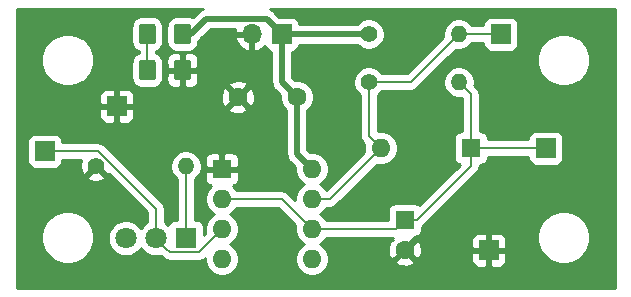
<source format=gbr>
%TF.GenerationSoftware,KiCad,Pcbnew,(5.1.5)-3*%
%TF.CreationDate,2020-04-15T21:14:39+02:00*%
%TF.ProjectId,NE555,4e453535-352e-46b6-9963-61645f706362,v1.1*%
%TF.SameCoordinates,Original*%
%TF.FileFunction,Copper,L1,Top*%
%TF.FilePolarity,Positive*%
%FSLAX46Y46*%
G04 Gerber Fmt 4.6, Leading zero omitted, Abs format (unit mm)*
G04 Created by KiCad (PCBNEW (5.1.5)-3) date 2020-04-15 21:14:39*
%MOMM*%
%LPD*%
G04 APERTURE LIST*
%ADD10C,1.600000*%
%ADD11R,1.600000X1.600000*%
%ADD12C,0.100000*%
%ADD13O,1.600000X1.600000*%
%ADD14R,1.800000X1.800000*%
%ADD15C,1.800000*%
%ADD16R,1.700000X1.700000*%
%ADD17O,1.700000X1.700000*%
%ADD18C,1.400000*%
%ADD19O,1.400000X1.400000*%
%ADD20C,0.500000*%
%ADD21C,0.200000*%
%ADD22C,0.254000*%
G04 APERTURE END LIST*
D10*
X104394000Y-104140000D03*
X99394000Y-104140000D03*
D11*
X113538000Y-114554000D03*
D10*
X113538000Y-117054000D03*
%TA.AperFunction,SMDPad,CuDef*%
D12*
G36*
X92217504Y-97932204D02*
G01*
X92241773Y-97935804D01*
X92265571Y-97941765D01*
X92288671Y-97950030D01*
X92310849Y-97960520D01*
X92331893Y-97973133D01*
X92351598Y-97987747D01*
X92369777Y-98004223D01*
X92386253Y-98022402D01*
X92400867Y-98042107D01*
X92413480Y-98063151D01*
X92423970Y-98085329D01*
X92432235Y-98108429D01*
X92438196Y-98132227D01*
X92441796Y-98156496D01*
X92443000Y-98181000D01*
X92443000Y-99431000D01*
X92441796Y-99455504D01*
X92438196Y-99479773D01*
X92432235Y-99503571D01*
X92423970Y-99526671D01*
X92413480Y-99548849D01*
X92400867Y-99569893D01*
X92386253Y-99589598D01*
X92369777Y-99607777D01*
X92351598Y-99624253D01*
X92331893Y-99638867D01*
X92310849Y-99651480D01*
X92288671Y-99661970D01*
X92265571Y-99670235D01*
X92241773Y-99676196D01*
X92217504Y-99679796D01*
X92193000Y-99681000D01*
X91268000Y-99681000D01*
X91243496Y-99679796D01*
X91219227Y-99676196D01*
X91195429Y-99670235D01*
X91172329Y-99661970D01*
X91150151Y-99651480D01*
X91129107Y-99638867D01*
X91109402Y-99624253D01*
X91091223Y-99607777D01*
X91074747Y-99589598D01*
X91060133Y-99569893D01*
X91047520Y-99548849D01*
X91037030Y-99526671D01*
X91028765Y-99503571D01*
X91022804Y-99479773D01*
X91019204Y-99455504D01*
X91018000Y-99431000D01*
X91018000Y-98181000D01*
X91019204Y-98156496D01*
X91022804Y-98132227D01*
X91028765Y-98108429D01*
X91037030Y-98085329D01*
X91047520Y-98063151D01*
X91060133Y-98042107D01*
X91074747Y-98022402D01*
X91091223Y-98004223D01*
X91109402Y-97987747D01*
X91129107Y-97973133D01*
X91150151Y-97960520D01*
X91172329Y-97950030D01*
X91195429Y-97941765D01*
X91219227Y-97935804D01*
X91243496Y-97932204D01*
X91268000Y-97931000D01*
X92193000Y-97931000D01*
X92217504Y-97932204D01*
G37*
%TD.AperFunction*%
%TA.AperFunction,SMDPad,CuDef*%
G36*
X95192504Y-97932204D02*
G01*
X95216773Y-97935804D01*
X95240571Y-97941765D01*
X95263671Y-97950030D01*
X95285849Y-97960520D01*
X95306893Y-97973133D01*
X95326598Y-97987747D01*
X95344777Y-98004223D01*
X95361253Y-98022402D01*
X95375867Y-98042107D01*
X95388480Y-98063151D01*
X95398970Y-98085329D01*
X95407235Y-98108429D01*
X95413196Y-98132227D01*
X95416796Y-98156496D01*
X95418000Y-98181000D01*
X95418000Y-99431000D01*
X95416796Y-99455504D01*
X95413196Y-99479773D01*
X95407235Y-99503571D01*
X95398970Y-99526671D01*
X95388480Y-99548849D01*
X95375867Y-99569893D01*
X95361253Y-99589598D01*
X95344777Y-99607777D01*
X95326598Y-99624253D01*
X95306893Y-99638867D01*
X95285849Y-99651480D01*
X95263671Y-99661970D01*
X95240571Y-99670235D01*
X95216773Y-99676196D01*
X95192504Y-99679796D01*
X95168000Y-99681000D01*
X94243000Y-99681000D01*
X94218496Y-99679796D01*
X94194227Y-99676196D01*
X94170429Y-99670235D01*
X94147329Y-99661970D01*
X94125151Y-99651480D01*
X94104107Y-99638867D01*
X94084402Y-99624253D01*
X94066223Y-99607777D01*
X94049747Y-99589598D01*
X94035133Y-99569893D01*
X94022520Y-99548849D01*
X94012030Y-99526671D01*
X94003765Y-99503571D01*
X93997804Y-99479773D01*
X93994204Y-99455504D01*
X93993000Y-99431000D01*
X93993000Y-98181000D01*
X93994204Y-98156496D01*
X93997804Y-98132227D01*
X94003765Y-98108429D01*
X94012030Y-98085329D01*
X94022520Y-98063151D01*
X94035133Y-98042107D01*
X94049747Y-98022402D01*
X94066223Y-98004223D01*
X94084402Y-97987747D01*
X94104107Y-97973133D01*
X94125151Y-97960520D01*
X94147329Y-97950030D01*
X94170429Y-97941765D01*
X94194227Y-97935804D01*
X94218496Y-97932204D01*
X94243000Y-97931000D01*
X95168000Y-97931000D01*
X95192504Y-97932204D01*
G37*
%TD.AperFunction*%
D11*
X119126000Y-108458000D03*
D13*
X111506000Y-108458000D03*
D14*
X94996000Y-116078000D03*
D15*
X92456000Y-116078000D03*
X89916000Y-116078000D03*
D16*
X103124000Y-98806000D03*
D17*
X100584000Y-98806000D03*
D16*
X89154000Y-104902000D03*
X120650000Y-117094000D03*
X83058000Y-108712000D03*
X125476000Y-108458000D03*
X121666000Y-98806000D03*
D18*
X110490000Y-98806000D03*
D19*
X118110000Y-98806000D03*
X118110000Y-102870000D03*
D18*
X110490000Y-102870000D03*
%TA.AperFunction,SMDPad,CuDef*%
D12*
G36*
X92217504Y-100980204D02*
G01*
X92241773Y-100983804D01*
X92265571Y-100989765D01*
X92288671Y-100998030D01*
X92310849Y-101008520D01*
X92331893Y-101021133D01*
X92351598Y-101035747D01*
X92369777Y-101052223D01*
X92386253Y-101070402D01*
X92400867Y-101090107D01*
X92413480Y-101111151D01*
X92423970Y-101133329D01*
X92432235Y-101156429D01*
X92438196Y-101180227D01*
X92441796Y-101204496D01*
X92443000Y-101229000D01*
X92443000Y-102479000D01*
X92441796Y-102503504D01*
X92438196Y-102527773D01*
X92432235Y-102551571D01*
X92423970Y-102574671D01*
X92413480Y-102596849D01*
X92400867Y-102617893D01*
X92386253Y-102637598D01*
X92369777Y-102655777D01*
X92351598Y-102672253D01*
X92331893Y-102686867D01*
X92310849Y-102699480D01*
X92288671Y-102709970D01*
X92265571Y-102718235D01*
X92241773Y-102724196D01*
X92217504Y-102727796D01*
X92193000Y-102729000D01*
X91268000Y-102729000D01*
X91243496Y-102727796D01*
X91219227Y-102724196D01*
X91195429Y-102718235D01*
X91172329Y-102709970D01*
X91150151Y-102699480D01*
X91129107Y-102686867D01*
X91109402Y-102672253D01*
X91091223Y-102655777D01*
X91074747Y-102637598D01*
X91060133Y-102617893D01*
X91047520Y-102596849D01*
X91037030Y-102574671D01*
X91028765Y-102551571D01*
X91022804Y-102527773D01*
X91019204Y-102503504D01*
X91018000Y-102479000D01*
X91018000Y-101229000D01*
X91019204Y-101204496D01*
X91022804Y-101180227D01*
X91028765Y-101156429D01*
X91037030Y-101133329D01*
X91047520Y-101111151D01*
X91060133Y-101090107D01*
X91074747Y-101070402D01*
X91091223Y-101052223D01*
X91109402Y-101035747D01*
X91129107Y-101021133D01*
X91150151Y-101008520D01*
X91172329Y-100998030D01*
X91195429Y-100989765D01*
X91219227Y-100983804D01*
X91243496Y-100980204D01*
X91268000Y-100979000D01*
X92193000Y-100979000D01*
X92217504Y-100980204D01*
G37*
%TD.AperFunction*%
%TA.AperFunction,SMDPad,CuDef*%
G36*
X95192504Y-100980204D02*
G01*
X95216773Y-100983804D01*
X95240571Y-100989765D01*
X95263671Y-100998030D01*
X95285849Y-101008520D01*
X95306893Y-101021133D01*
X95326598Y-101035747D01*
X95344777Y-101052223D01*
X95361253Y-101070402D01*
X95375867Y-101090107D01*
X95388480Y-101111151D01*
X95398970Y-101133329D01*
X95407235Y-101156429D01*
X95413196Y-101180227D01*
X95416796Y-101204496D01*
X95418000Y-101229000D01*
X95418000Y-102479000D01*
X95416796Y-102503504D01*
X95413196Y-102527773D01*
X95407235Y-102551571D01*
X95398970Y-102574671D01*
X95388480Y-102596849D01*
X95375867Y-102617893D01*
X95361253Y-102637598D01*
X95344777Y-102655777D01*
X95326598Y-102672253D01*
X95306893Y-102686867D01*
X95285849Y-102699480D01*
X95263671Y-102709970D01*
X95240571Y-102718235D01*
X95216773Y-102724196D01*
X95192504Y-102727796D01*
X95168000Y-102729000D01*
X94243000Y-102729000D01*
X94218496Y-102727796D01*
X94194227Y-102724196D01*
X94170429Y-102718235D01*
X94147329Y-102709970D01*
X94125151Y-102699480D01*
X94104107Y-102686867D01*
X94084402Y-102672253D01*
X94066223Y-102655777D01*
X94049747Y-102637598D01*
X94035133Y-102617893D01*
X94022520Y-102596849D01*
X94012030Y-102574671D01*
X94003765Y-102551571D01*
X93997804Y-102527773D01*
X93994204Y-102503504D01*
X93993000Y-102479000D01*
X93993000Y-101229000D01*
X93994204Y-101204496D01*
X93997804Y-101180227D01*
X94003765Y-101156429D01*
X94012030Y-101133329D01*
X94022520Y-101111151D01*
X94035133Y-101090107D01*
X94049747Y-101070402D01*
X94066223Y-101052223D01*
X94084402Y-101035747D01*
X94104107Y-101021133D01*
X94125151Y-101008520D01*
X94147329Y-100998030D01*
X94170429Y-100989765D01*
X94194227Y-100983804D01*
X94218496Y-100980204D01*
X94243000Y-100979000D01*
X95168000Y-100979000D01*
X95192504Y-100980204D01*
G37*
%TD.AperFunction*%
D18*
X87376000Y-109982000D03*
D19*
X94996000Y-109982000D03*
D11*
X98044000Y-110236000D03*
D13*
X105664000Y-117856000D03*
X98044000Y-112776000D03*
X105664000Y-115316000D03*
X98044000Y-115316000D03*
X105664000Y-112776000D03*
X98044000Y-117856000D03*
X105664000Y-110236000D03*
D20*
X101823999Y-97505999D02*
X103124000Y-98806000D01*
X96718001Y-97505999D02*
X101823999Y-97505999D01*
X95418000Y-98806000D02*
X96718001Y-97505999D01*
X94705500Y-98806000D02*
X95418000Y-98806000D01*
X103124000Y-98806000D02*
X110490000Y-98806000D01*
X103124000Y-102870000D02*
X104394000Y-104140000D01*
X103124000Y-98806000D02*
X103124000Y-102870000D01*
X104394000Y-108966000D02*
X105664000Y-110236000D01*
X104394000Y-104140000D02*
X104394000Y-108966000D01*
D21*
X94705500Y-102729000D02*
X94705500Y-101854000D01*
X120610000Y-117054000D02*
X120650000Y-117094000D01*
X88104000Y-104902000D02*
X89154000Y-104902000D01*
X103124000Y-112776000D02*
X105664000Y-115316000D01*
X98044000Y-112776000D02*
X103124000Y-112776000D01*
X112776000Y-115316000D02*
X113538000Y-114554000D01*
X105664000Y-115316000D02*
X112776000Y-115316000D01*
X119126000Y-109458000D02*
X119126000Y-108458000D01*
X119126000Y-109966000D02*
X119126000Y-109458000D01*
X114538000Y-114554000D02*
X119126000Y-109966000D01*
X113538000Y-114554000D02*
X114538000Y-114554000D01*
X119126000Y-108458000D02*
X125476000Y-108458000D01*
X119126000Y-103886000D02*
X118110000Y-102870000D01*
X119126000Y-108458000D02*
X119126000Y-103886000D01*
X114046000Y-102870000D02*
X118110000Y-98806000D01*
X110490000Y-102870000D02*
X114046000Y-102870000D01*
X118110000Y-98806000D02*
X121666000Y-98806000D01*
X110490000Y-107442000D02*
X110490000Y-102870000D01*
X111506000Y-108458000D02*
X110490000Y-107442000D01*
X107188000Y-112776000D02*
X105664000Y-112776000D01*
X111506000Y-108458000D02*
X107188000Y-112776000D01*
X94996000Y-109982000D02*
X94996000Y-116078000D01*
X92456000Y-114805208D02*
X92456000Y-116078000D01*
X92456000Y-113581998D02*
X92456000Y-114805208D01*
X87586002Y-108712000D02*
X92456000Y-113581998D01*
X83058000Y-108712000D02*
X87586002Y-108712000D01*
X93355999Y-116977999D02*
X92456000Y-116078000D01*
X93656001Y-117278001D02*
X93355999Y-116977999D01*
X96081999Y-117278001D02*
X93656001Y-117278001D01*
X98044000Y-115316000D02*
X96081999Y-117278001D01*
X91730500Y-98806000D02*
X91730500Y-101854000D01*
D22*
G36*
X96377688Y-96684410D02*
G01*
X96223942Y-96766588D01*
X96223940Y-96766589D01*
X96223941Y-96766589D01*
X96122954Y-96849467D01*
X96122952Y-96849469D01*
X96089184Y-96877182D01*
X96061471Y-96910950D01*
X95575652Y-97396769D01*
X95507850Y-97360528D01*
X95341254Y-97309992D01*
X95168000Y-97292928D01*
X94243000Y-97292928D01*
X94069746Y-97309992D01*
X93903150Y-97360528D01*
X93749614Y-97442595D01*
X93615038Y-97553038D01*
X93504595Y-97687614D01*
X93422528Y-97841150D01*
X93371992Y-98007746D01*
X93354928Y-98181000D01*
X93354928Y-99431000D01*
X93371992Y-99604254D01*
X93422528Y-99770850D01*
X93504595Y-99924386D01*
X93615038Y-100058962D01*
X93749614Y-100169405D01*
X93903150Y-100251472D01*
X94069746Y-100302008D01*
X94243000Y-100319072D01*
X95168000Y-100319072D01*
X95341254Y-100302008D01*
X95507850Y-100251472D01*
X95661386Y-100169405D01*
X95795962Y-100058962D01*
X95906405Y-99924386D01*
X95988472Y-99770850D01*
X96039008Y-99604254D01*
X96056072Y-99431000D01*
X96056072Y-99423540D01*
X96074534Y-99401044D01*
X96312687Y-99162891D01*
X99142519Y-99162891D01*
X99239843Y-99437252D01*
X99388822Y-99687355D01*
X99583731Y-99903588D01*
X99817080Y-100077641D01*
X100079901Y-100202825D01*
X100227110Y-100247476D01*
X100457000Y-100126155D01*
X100457000Y-98933000D01*
X99263186Y-98933000D01*
X99142519Y-99162891D01*
X96312687Y-99162891D01*
X97084580Y-98390999D01*
X99163132Y-98390999D01*
X99142519Y-98449109D01*
X99263186Y-98679000D01*
X100457000Y-98679000D01*
X100457000Y-98659000D01*
X100711000Y-98659000D01*
X100711000Y-98679000D01*
X100731000Y-98679000D01*
X100731000Y-98933000D01*
X100711000Y-98933000D01*
X100711000Y-100126155D01*
X100940890Y-100247476D01*
X101088099Y-100202825D01*
X101350920Y-100077641D01*
X101584269Y-99903588D01*
X101660034Y-99819534D01*
X101684498Y-99900180D01*
X101743463Y-100010494D01*
X101822815Y-100107185D01*
X101919506Y-100186537D01*
X102029820Y-100245502D01*
X102149518Y-100281812D01*
X102239000Y-100290625D01*
X102239001Y-102826521D01*
X102234719Y-102870000D01*
X102251805Y-103043490D01*
X102302412Y-103210313D01*
X102384590Y-103364059D01*
X102467468Y-103465046D01*
X102467471Y-103465049D01*
X102495184Y-103498817D01*
X102528951Y-103526529D01*
X102965983Y-103963561D01*
X102959000Y-103998665D01*
X102959000Y-104281335D01*
X103014147Y-104558574D01*
X103122320Y-104819727D01*
X103279363Y-105054759D01*
X103479241Y-105254637D01*
X103509000Y-105274521D01*
X103509001Y-108922521D01*
X103504719Y-108966000D01*
X103521805Y-109139490D01*
X103572412Y-109306313D01*
X103654590Y-109460059D01*
X103737468Y-109561046D01*
X103737471Y-109561049D01*
X103765184Y-109594817D01*
X103798951Y-109622529D01*
X104235983Y-110059561D01*
X104229000Y-110094665D01*
X104229000Y-110377335D01*
X104284147Y-110654574D01*
X104392320Y-110915727D01*
X104549363Y-111150759D01*
X104749241Y-111350637D01*
X104981759Y-111506000D01*
X104749241Y-111661363D01*
X104549363Y-111861241D01*
X104392320Y-112096273D01*
X104284147Y-112357426D01*
X104229000Y-112634665D01*
X104229000Y-112841554D01*
X103669259Y-112281812D01*
X103646238Y-112253762D01*
X103534320Y-112161913D01*
X103406633Y-112093663D01*
X103268085Y-112051635D01*
X103160105Y-112041000D01*
X103124000Y-112037444D01*
X103087895Y-112041000D01*
X99278748Y-112041000D01*
X99158637Y-111861241D01*
X98960039Y-111662643D01*
X98968482Y-111661812D01*
X99088180Y-111625502D01*
X99198494Y-111566537D01*
X99295185Y-111487185D01*
X99374537Y-111390494D01*
X99433502Y-111280180D01*
X99469812Y-111160482D01*
X99482072Y-111036000D01*
X99479000Y-110521750D01*
X99320250Y-110363000D01*
X98171000Y-110363000D01*
X98171000Y-110383000D01*
X97917000Y-110383000D01*
X97917000Y-110363000D01*
X96767750Y-110363000D01*
X96609000Y-110521750D01*
X96605928Y-111036000D01*
X96618188Y-111160482D01*
X96654498Y-111280180D01*
X96713463Y-111390494D01*
X96792815Y-111487185D01*
X96889506Y-111566537D01*
X96999820Y-111625502D01*
X97119518Y-111661812D01*
X97127961Y-111662643D01*
X96929363Y-111861241D01*
X96772320Y-112096273D01*
X96664147Y-112357426D01*
X96609000Y-112634665D01*
X96609000Y-112917335D01*
X96664147Y-113194574D01*
X96772320Y-113455727D01*
X96929363Y-113690759D01*
X97129241Y-113890637D01*
X97361759Y-114046000D01*
X97129241Y-114201363D01*
X96929363Y-114401241D01*
X96772320Y-114636273D01*
X96664147Y-114897426D01*
X96609000Y-115174665D01*
X96609000Y-115457335D01*
X96651178Y-115669375D01*
X96534072Y-115786482D01*
X96534072Y-115178000D01*
X96521812Y-115053518D01*
X96485502Y-114933820D01*
X96426537Y-114823506D01*
X96347185Y-114726815D01*
X96250494Y-114647463D01*
X96140180Y-114588498D01*
X96020482Y-114552188D01*
X95896000Y-114539928D01*
X95731000Y-114539928D01*
X95731000Y-111096479D01*
X95847013Y-111018962D01*
X96032962Y-110833013D01*
X96179061Y-110614359D01*
X96279696Y-110371405D01*
X96331000Y-110113486D01*
X96331000Y-109850514D01*
X96279696Y-109592595D01*
X96214833Y-109436000D01*
X96605928Y-109436000D01*
X96609000Y-109950250D01*
X96767750Y-110109000D01*
X97917000Y-110109000D01*
X97917000Y-108959750D01*
X98171000Y-108959750D01*
X98171000Y-110109000D01*
X99320250Y-110109000D01*
X99479000Y-109950250D01*
X99482072Y-109436000D01*
X99469812Y-109311518D01*
X99433502Y-109191820D01*
X99374537Y-109081506D01*
X99295185Y-108984815D01*
X99198494Y-108905463D01*
X99088180Y-108846498D01*
X98968482Y-108810188D01*
X98844000Y-108797928D01*
X98329750Y-108801000D01*
X98171000Y-108959750D01*
X97917000Y-108959750D01*
X97758250Y-108801000D01*
X97244000Y-108797928D01*
X97119518Y-108810188D01*
X96999820Y-108846498D01*
X96889506Y-108905463D01*
X96792815Y-108984815D01*
X96713463Y-109081506D01*
X96654498Y-109191820D01*
X96618188Y-109311518D01*
X96605928Y-109436000D01*
X96214833Y-109436000D01*
X96179061Y-109349641D01*
X96032962Y-109130987D01*
X95847013Y-108945038D01*
X95628359Y-108798939D01*
X95385405Y-108698304D01*
X95127486Y-108647000D01*
X94864514Y-108647000D01*
X94606595Y-108698304D01*
X94363641Y-108798939D01*
X94144987Y-108945038D01*
X93959038Y-109130987D01*
X93812939Y-109349641D01*
X93712304Y-109592595D01*
X93661000Y-109850514D01*
X93661000Y-110113486D01*
X93712304Y-110371405D01*
X93812939Y-110614359D01*
X93959038Y-110833013D01*
X94144987Y-111018962D01*
X94261000Y-111096479D01*
X94261001Y-114539928D01*
X94096000Y-114539928D01*
X93971518Y-114552188D01*
X93851820Y-114588498D01*
X93741506Y-114647463D01*
X93644815Y-114726815D01*
X93565463Y-114823506D01*
X93506498Y-114933820D01*
X93500944Y-114952127D01*
X93434505Y-114885688D01*
X93191000Y-114722983D01*
X93191000Y-113618092D01*
X93194555Y-113581997D01*
X93191000Y-113545902D01*
X93191000Y-113545893D01*
X93180365Y-113437913D01*
X93138337Y-113299365D01*
X93070087Y-113171678D01*
X93024334Y-113115928D01*
X93001253Y-113087804D01*
X93001250Y-113087801D01*
X92978237Y-113059760D01*
X92950197Y-113036749D01*
X88131261Y-108217813D01*
X88108240Y-108189762D01*
X87996322Y-108097913D01*
X87868635Y-108029663D01*
X87730087Y-107987635D01*
X87622107Y-107977000D01*
X87586002Y-107973444D01*
X87549897Y-107977000D01*
X84546072Y-107977000D01*
X84546072Y-107862000D01*
X84533812Y-107737518D01*
X84497502Y-107617820D01*
X84438537Y-107507506D01*
X84359185Y-107410815D01*
X84262494Y-107331463D01*
X84152180Y-107272498D01*
X84032482Y-107236188D01*
X83908000Y-107223928D01*
X82208000Y-107223928D01*
X82083518Y-107236188D01*
X81963820Y-107272498D01*
X81853506Y-107331463D01*
X81756815Y-107410815D01*
X81677463Y-107507506D01*
X81618498Y-107617820D01*
X81582188Y-107737518D01*
X81569928Y-107862000D01*
X81569928Y-109562000D01*
X81582188Y-109686482D01*
X81618498Y-109806180D01*
X81677463Y-109916494D01*
X81756815Y-110013185D01*
X81853506Y-110092537D01*
X81963820Y-110151502D01*
X82083518Y-110187812D01*
X82208000Y-110200072D01*
X83908000Y-110200072D01*
X84032482Y-110187812D01*
X84152180Y-110151502D01*
X84262494Y-110092537D01*
X84359185Y-110013185D01*
X84438537Y-109916494D01*
X84497502Y-109806180D01*
X84533812Y-109686482D01*
X84546072Y-109562000D01*
X84546072Y-109447000D01*
X86152501Y-109447000D01*
X86110066Y-109538242D01*
X86047817Y-109793740D01*
X86036610Y-110056473D01*
X86076875Y-110316344D01*
X86167065Y-110563366D01*
X86220963Y-110664203D01*
X86454731Y-110723664D01*
X87196395Y-109982000D01*
X87182253Y-109967858D01*
X87361858Y-109788253D01*
X87376000Y-109802395D01*
X87390143Y-109788253D01*
X87569748Y-109967858D01*
X87555605Y-109982000D01*
X88297269Y-110723664D01*
X88505304Y-110670748D01*
X91721000Y-113886445D01*
X91721001Y-114722982D01*
X91477495Y-114885688D01*
X91263688Y-115099495D01*
X91186000Y-115215763D01*
X91108312Y-115099495D01*
X90894505Y-114885688D01*
X90643095Y-114717701D01*
X90363743Y-114601989D01*
X90067184Y-114543000D01*
X89764816Y-114543000D01*
X89468257Y-114601989D01*
X89188905Y-114717701D01*
X88937495Y-114885688D01*
X88723688Y-115099495D01*
X88555701Y-115350905D01*
X88439989Y-115630257D01*
X88381000Y-115926816D01*
X88381000Y-116229184D01*
X88439989Y-116525743D01*
X88555701Y-116805095D01*
X88723688Y-117056505D01*
X88937495Y-117270312D01*
X89188905Y-117438299D01*
X89468257Y-117554011D01*
X89764816Y-117613000D01*
X90067184Y-117613000D01*
X90363743Y-117554011D01*
X90643095Y-117438299D01*
X90894505Y-117270312D01*
X91108312Y-117056505D01*
X91186000Y-116940237D01*
X91263688Y-117056505D01*
X91477495Y-117270312D01*
X91728905Y-117438299D01*
X92008257Y-117554011D01*
X92304816Y-117613000D01*
X92607184Y-117613000D01*
X92894420Y-117555866D01*
X93110742Y-117772188D01*
X93133763Y-117800239D01*
X93245681Y-117892088D01*
X93373368Y-117960338D01*
X93495331Y-117997335D01*
X93511916Y-118002366D01*
X93656001Y-118016557D01*
X93692106Y-118013001D01*
X96045894Y-118013001D01*
X96081999Y-118016557D01*
X96118104Y-118013001D01*
X96226084Y-118002366D01*
X96364632Y-117960338D01*
X96492319Y-117892088D01*
X96604237Y-117800239D01*
X96609000Y-117794435D01*
X96609000Y-117997335D01*
X96664147Y-118274574D01*
X96772320Y-118535727D01*
X96929363Y-118770759D01*
X97129241Y-118970637D01*
X97364273Y-119127680D01*
X97625426Y-119235853D01*
X97902665Y-119291000D01*
X98185335Y-119291000D01*
X98462574Y-119235853D01*
X98723727Y-119127680D01*
X98958759Y-118970637D01*
X99158637Y-118770759D01*
X99315680Y-118535727D01*
X99423853Y-118274574D01*
X99479000Y-117997335D01*
X99479000Y-117714665D01*
X99423853Y-117437426D01*
X99315680Y-117176273D01*
X99158637Y-116941241D01*
X98958759Y-116741363D01*
X98726241Y-116586000D01*
X98958759Y-116430637D01*
X99158637Y-116230759D01*
X99315680Y-115995727D01*
X99423853Y-115734574D01*
X99479000Y-115457335D01*
X99479000Y-115174665D01*
X99423853Y-114897426D01*
X99315680Y-114636273D01*
X99158637Y-114401241D01*
X98958759Y-114201363D01*
X98726241Y-114046000D01*
X98958759Y-113890637D01*
X99158637Y-113690759D01*
X99278748Y-113511000D01*
X102819554Y-113511000D01*
X104271178Y-114962625D01*
X104229000Y-115174665D01*
X104229000Y-115457335D01*
X104284147Y-115734574D01*
X104392320Y-115995727D01*
X104549363Y-116230759D01*
X104749241Y-116430637D01*
X104981759Y-116586000D01*
X104749241Y-116741363D01*
X104549363Y-116941241D01*
X104392320Y-117176273D01*
X104284147Y-117437426D01*
X104229000Y-117714665D01*
X104229000Y-117997335D01*
X104284147Y-118274574D01*
X104392320Y-118535727D01*
X104549363Y-118770759D01*
X104749241Y-118970637D01*
X104984273Y-119127680D01*
X105245426Y-119235853D01*
X105522665Y-119291000D01*
X105805335Y-119291000D01*
X106082574Y-119235853D01*
X106343727Y-119127680D01*
X106578759Y-118970637D01*
X106778637Y-118770759D01*
X106935680Y-118535727D01*
X107043853Y-118274574D01*
X107089180Y-118046702D01*
X112724903Y-118046702D01*
X112796486Y-118290671D01*
X113051996Y-118411571D01*
X113326184Y-118480300D01*
X113608512Y-118494217D01*
X113888130Y-118452787D01*
X114154292Y-118357603D01*
X114279514Y-118290671D01*
X114351097Y-118046702D01*
X114248395Y-117944000D01*
X119161928Y-117944000D01*
X119174188Y-118068482D01*
X119210498Y-118188180D01*
X119269463Y-118298494D01*
X119348815Y-118395185D01*
X119445506Y-118474537D01*
X119555820Y-118533502D01*
X119675518Y-118569812D01*
X119800000Y-118582072D01*
X120364250Y-118579000D01*
X120523000Y-118420250D01*
X120523000Y-117221000D01*
X120777000Y-117221000D01*
X120777000Y-118420250D01*
X120935750Y-118579000D01*
X121500000Y-118582072D01*
X121624482Y-118569812D01*
X121744180Y-118533502D01*
X121854494Y-118474537D01*
X121951185Y-118395185D01*
X122030537Y-118298494D01*
X122089502Y-118188180D01*
X122125812Y-118068482D01*
X122138072Y-117944000D01*
X122135000Y-117379750D01*
X121976250Y-117221000D01*
X120777000Y-117221000D01*
X120523000Y-117221000D01*
X119323750Y-117221000D01*
X119165000Y-117379750D01*
X119161928Y-117944000D01*
X114248395Y-117944000D01*
X113538000Y-117233605D01*
X112724903Y-118046702D01*
X107089180Y-118046702D01*
X107099000Y-117997335D01*
X107099000Y-117714665D01*
X107043853Y-117437426D01*
X106935680Y-117176273D01*
X106778637Y-116941241D01*
X106578759Y-116741363D01*
X106346241Y-116586000D01*
X106578759Y-116430637D01*
X106778637Y-116230759D01*
X106898748Y-116051000D01*
X112502653Y-116051000D01*
X112429023Y-116124630D01*
X112545296Y-116240903D01*
X112301329Y-116312486D01*
X112180429Y-116567996D01*
X112111700Y-116842184D01*
X112097783Y-117124512D01*
X112139213Y-117404130D01*
X112234397Y-117670292D01*
X112301329Y-117795514D01*
X112545298Y-117867097D01*
X113358395Y-117054000D01*
X113717605Y-117054000D01*
X114530702Y-117867097D01*
X114774671Y-117795514D01*
X114895571Y-117540004D01*
X114964300Y-117265816D01*
X114978217Y-116983488D01*
X114936787Y-116703870D01*
X114841603Y-116437708D01*
X114774671Y-116312486D01*
X114541258Y-116244000D01*
X119161928Y-116244000D01*
X119165000Y-116808250D01*
X119323750Y-116967000D01*
X120523000Y-116967000D01*
X120523000Y-115767750D01*
X120777000Y-115767750D01*
X120777000Y-116967000D01*
X121976250Y-116967000D01*
X122135000Y-116808250D01*
X122138072Y-116244000D01*
X122125812Y-116119518D01*
X122089502Y-115999820D01*
X122030537Y-115889506D01*
X121951185Y-115792815D01*
X121935414Y-115779872D01*
X124765000Y-115779872D01*
X124765000Y-116220128D01*
X124850890Y-116651925D01*
X125019369Y-117058669D01*
X125263962Y-117424729D01*
X125575271Y-117736038D01*
X125941331Y-117980631D01*
X126348075Y-118149110D01*
X126779872Y-118235000D01*
X127220128Y-118235000D01*
X127651925Y-118149110D01*
X128058669Y-117980631D01*
X128424729Y-117736038D01*
X128736038Y-117424729D01*
X128980631Y-117058669D01*
X129149110Y-116651925D01*
X129235000Y-116220128D01*
X129235000Y-115779872D01*
X129149110Y-115348075D01*
X128980631Y-114941331D01*
X128736038Y-114575271D01*
X128424729Y-114263962D01*
X128058669Y-114019369D01*
X127651925Y-113850890D01*
X127220128Y-113765000D01*
X126779872Y-113765000D01*
X126348075Y-113850890D01*
X125941331Y-114019369D01*
X125575271Y-114263962D01*
X125263962Y-114575271D01*
X125019369Y-114941331D01*
X124850890Y-115348075D01*
X124765000Y-115779872D01*
X121935414Y-115779872D01*
X121854494Y-115713463D01*
X121744180Y-115654498D01*
X121624482Y-115618188D01*
X121500000Y-115605928D01*
X120935750Y-115609000D01*
X120777000Y-115767750D01*
X120523000Y-115767750D01*
X120364250Y-115609000D01*
X119800000Y-115605928D01*
X119675518Y-115618188D01*
X119555820Y-115654498D01*
X119445506Y-115713463D01*
X119348815Y-115792815D01*
X119269463Y-115889506D01*
X119210498Y-115999820D01*
X119174188Y-116119518D01*
X119161928Y-116244000D01*
X114541258Y-116244000D01*
X114530702Y-116240903D01*
X113717605Y-117054000D01*
X113358395Y-117054000D01*
X113344253Y-117039858D01*
X113523858Y-116860253D01*
X113538000Y-116874395D01*
X114351097Y-116061298D01*
X114330785Y-115992072D01*
X114338000Y-115992072D01*
X114462482Y-115979812D01*
X114582180Y-115943502D01*
X114692494Y-115884537D01*
X114789185Y-115805185D01*
X114868537Y-115708494D01*
X114927502Y-115598180D01*
X114963812Y-115478482D01*
X114976072Y-115354000D01*
X114976072Y-115145311D01*
X115060238Y-115076238D01*
X115083259Y-115048187D01*
X119620197Y-110511249D01*
X119648237Y-110488238D01*
X119671250Y-110460197D01*
X119671253Y-110460194D01*
X119740087Y-110376320D01*
X119808336Y-110248634D01*
X119808337Y-110248633D01*
X119850365Y-110110085D01*
X119861000Y-110002105D01*
X119861000Y-110002104D01*
X119864556Y-109966000D01*
X119861000Y-109929895D01*
X119861000Y-109896072D01*
X119926000Y-109896072D01*
X120050482Y-109883812D01*
X120170180Y-109847502D01*
X120280494Y-109788537D01*
X120377185Y-109709185D01*
X120456537Y-109612494D01*
X120515502Y-109502180D01*
X120551812Y-109382482D01*
X120564072Y-109258000D01*
X120564072Y-109193000D01*
X123987928Y-109193000D01*
X123987928Y-109308000D01*
X124000188Y-109432482D01*
X124036498Y-109552180D01*
X124095463Y-109662494D01*
X124174815Y-109759185D01*
X124271506Y-109838537D01*
X124381820Y-109897502D01*
X124501518Y-109933812D01*
X124626000Y-109946072D01*
X126326000Y-109946072D01*
X126450482Y-109933812D01*
X126570180Y-109897502D01*
X126680494Y-109838537D01*
X126777185Y-109759185D01*
X126856537Y-109662494D01*
X126915502Y-109552180D01*
X126951812Y-109432482D01*
X126964072Y-109308000D01*
X126964072Y-107608000D01*
X126951812Y-107483518D01*
X126915502Y-107363820D01*
X126856537Y-107253506D01*
X126777185Y-107156815D01*
X126680494Y-107077463D01*
X126570180Y-107018498D01*
X126450482Y-106982188D01*
X126326000Y-106969928D01*
X124626000Y-106969928D01*
X124501518Y-106982188D01*
X124381820Y-107018498D01*
X124271506Y-107077463D01*
X124174815Y-107156815D01*
X124095463Y-107253506D01*
X124036498Y-107363820D01*
X124000188Y-107483518D01*
X123987928Y-107608000D01*
X123987928Y-107723000D01*
X120564072Y-107723000D01*
X120564072Y-107658000D01*
X120551812Y-107533518D01*
X120515502Y-107413820D01*
X120456537Y-107303506D01*
X120377185Y-107206815D01*
X120280494Y-107127463D01*
X120170180Y-107068498D01*
X120050482Y-107032188D01*
X119926000Y-107019928D01*
X119861000Y-107019928D01*
X119861000Y-103922105D01*
X119864556Y-103886000D01*
X119850365Y-103741914D01*
X119821252Y-103645942D01*
X119808337Y-103603367D01*
X119740087Y-103475680D01*
X119648238Y-103363762D01*
X119620193Y-103340746D01*
X119417779Y-103138332D01*
X119445000Y-103001486D01*
X119445000Y-102738514D01*
X119393696Y-102480595D01*
X119293061Y-102237641D01*
X119146962Y-102018987D01*
X118961013Y-101833038D01*
X118742359Y-101686939D01*
X118499405Y-101586304D01*
X118241486Y-101535000D01*
X117978514Y-101535000D01*
X117720595Y-101586304D01*
X117477641Y-101686939D01*
X117258987Y-101833038D01*
X117073038Y-102018987D01*
X116926939Y-102237641D01*
X116826304Y-102480595D01*
X116775000Y-102738514D01*
X116775000Y-103001486D01*
X116826304Y-103259405D01*
X116926939Y-103502359D01*
X117073038Y-103721013D01*
X117258987Y-103906962D01*
X117477641Y-104053061D01*
X117720595Y-104153696D01*
X117978514Y-104205000D01*
X118241486Y-104205000D01*
X118378332Y-104177779D01*
X118391001Y-104190448D01*
X118391000Y-107019928D01*
X118326000Y-107019928D01*
X118201518Y-107032188D01*
X118081820Y-107068498D01*
X117971506Y-107127463D01*
X117874815Y-107206815D01*
X117795463Y-107303506D01*
X117736498Y-107413820D01*
X117700188Y-107533518D01*
X117687928Y-107658000D01*
X117687928Y-109258000D01*
X117700188Y-109382482D01*
X117736498Y-109502180D01*
X117795463Y-109612494D01*
X117874815Y-109709185D01*
X117971506Y-109788537D01*
X118081820Y-109847502D01*
X118176370Y-109876183D01*
X114767519Y-113285035D01*
X114692494Y-113223463D01*
X114582180Y-113164498D01*
X114462482Y-113128188D01*
X114338000Y-113115928D01*
X112738000Y-113115928D01*
X112613518Y-113128188D01*
X112493820Y-113164498D01*
X112383506Y-113223463D01*
X112286815Y-113302815D01*
X112207463Y-113399506D01*
X112148498Y-113509820D01*
X112112188Y-113629518D01*
X112099928Y-113754000D01*
X112099928Y-114581000D01*
X106898748Y-114581000D01*
X106778637Y-114401241D01*
X106578759Y-114201363D01*
X106346241Y-114046000D01*
X106578759Y-113890637D01*
X106778637Y-113690759D01*
X106898748Y-113511000D01*
X107151895Y-113511000D01*
X107188000Y-113514556D01*
X107224105Y-113511000D01*
X107332085Y-113500365D01*
X107470633Y-113458337D01*
X107598320Y-113390087D01*
X107710238Y-113298238D01*
X107733259Y-113270187D01*
X111152625Y-109850822D01*
X111364665Y-109893000D01*
X111647335Y-109893000D01*
X111924574Y-109837853D01*
X112185727Y-109729680D01*
X112420759Y-109572637D01*
X112620637Y-109372759D01*
X112777680Y-109137727D01*
X112885853Y-108876574D01*
X112941000Y-108599335D01*
X112941000Y-108316665D01*
X112885853Y-108039426D01*
X112777680Y-107778273D01*
X112620637Y-107543241D01*
X112420759Y-107343363D01*
X112185727Y-107186320D01*
X111924574Y-107078147D01*
X111647335Y-107023000D01*
X111364665Y-107023000D01*
X111225000Y-107050781D01*
X111225000Y-103984479D01*
X111341013Y-103906962D01*
X111526962Y-103721013D01*
X111604479Y-103605000D01*
X114009895Y-103605000D01*
X114046000Y-103608556D01*
X114082105Y-103605000D01*
X114190085Y-103594365D01*
X114328633Y-103552337D01*
X114456320Y-103484087D01*
X114568238Y-103392238D01*
X114591259Y-103364187D01*
X117175574Y-100779872D01*
X124765000Y-100779872D01*
X124765000Y-101220128D01*
X124850890Y-101651925D01*
X125019369Y-102058669D01*
X125263962Y-102424729D01*
X125575271Y-102736038D01*
X125941331Y-102980631D01*
X126348075Y-103149110D01*
X126779872Y-103235000D01*
X127220128Y-103235000D01*
X127651925Y-103149110D01*
X128058669Y-102980631D01*
X128424729Y-102736038D01*
X128736038Y-102424729D01*
X128980631Y-102058669D01*
X129149110Y-101651925D01*
X129235000Y-101220128D01*
X129235000Y-100779872D01*
X129149110Y-100348075D01*
X128980631Y-99941331D01*
X128736038Y-99575271D01*
X128424729Y-99263962D01*
X128058669Y-99019369D01*
X127651925Y-98850890D01*
X127220128Y-98765000D01*
X126779872Y-98765000D01*
X126348075Y-98850890D01*
X125941331Y-99019369D01*
X125575271Y-99263962D01*
X125263962Y-99575271D01*
X125019369Y-99941331D01*
X124850890Y-100348075D01*
X124765000Y-100779872D01*
X117175574Y-100779872D01*
X117841668Y-100113779D01*
X117978514Y-100141000D01*
X118241486Y-100141000D01*
X118499405Y-100089696D01*
X118742359Y-99989061D01*
X118961013Y-99842962D01*
X119146962Y-99657013D01*
X119224479Y-99541000D01*
X120177928Y-99541000D01*
X120177928Y-99656000D01*
X120190188Y-99780482D01*
X120226498Y-99900180D01*
X120285463Y-100010494D01*
X120364815Y-100107185D01*
X120461506Y-100186537D01*
X120571820Y-100245502D01*
X120691518Y-100281812D01*
X120816000Y-100294072D01*
X122516000Y-100294072D01*
X122640482Y-100281812D01*
X122760180Y-100245502D01*
X122870494Y-100186537D01*
X122967185Y-100107185D01*
X123046537Y-100010494D01*
X123105502Y-99900180D01*
X123141812Y-99780482D01*
X123154072Y-99656000D01*
X123154072Y-97956000D01*
X123141812Y-97831518D01*
X123105502Y-97711820D01*
X123046537Y-97601506D01*
X122967185Y-97504815D01*
X122870494Y-97425463D01*
X122760180Y-97366498D01*
X122640482Y-97330188D01*
X122516000Y-97317928D01*
X120816000Y-97317928D01*
X120691518Y-97330188D01*
X120571820Y-97366498D01*
X120461506Y-97425463D01*
X120364815Y-97504815D01*
X120285463Y-97601506D01*
X120226498Y-97711820D01*
X120190188Y-97831518D01*
X120177928Y-97956000D01*
X120177928Y-98071000D01*
X119224479Y-98071000D01*
X119146962Y-97954987D01*
X118961013Y-97769038D01*
X118742359Y-97622939D01*
X118499405Y-97522304D01*
X118241486Y-97471000D01*
X117978514Y-97471000D01*
X117720595Y-97522304D01*
X117477641Y-97622939D01*
X117258987Y-97769038D01*
X117073038Y-97954987D01*
X116926939Y-98173641D01*
X116826304Y-98416595D01*
X116775000Y-98674514D01*
X116775000Y-98937486D01*
X116802221Y-99074332D01*
X113741554Y-102135000D01*
X111604479Y-102135000D01*
X111526962Y-102018987D01*
X111341013Y-101833038D01*
X111122359Y-101686939D01*
X110879405Y-101586304D01*
X110621486Y-101535000D01*
X110358514Y-101535000D01*
X110100595Y-101586304D01*
X109857641Y-101686939D01*
X109638987Y-101833038D01*
X109453038Y-102018987D01*
X109306939Y-102237641D01*
X109206304Y-102480595D01*
X109155000Y-102738514D01*
X109155000Y-103001486D01*
X109206304Y-103259405D01*
X109306939Y-103502359D01*
X109453038Y-103721013D01*
X109638987Y-103906962D01*
X109755001Y-103984479D01*
X109755000Y-107405895D01*
X109751444Y-107442000D01*
X109755000Y-107478104D01*
X109765635Y-107586084D01*
X109807663Y-107724632D01*
X109875913Y-107852319D01*
X109967762Y-107964237D01*
X109995808Y-107987254D01*
X110113178Y-108104624D01*
X110071000Y-108316665D01*
X110071000Y-108599335D01*
X110113178Y-108811375D01*
X106892662Y-112031892D01*
X106778637Y-111861241D01*
X106578759Y-111661363D01*
X106346241Y-111506000D01*
X106578759Y-111350637D01*
X106778637Y-111150759D01*
X106935680Y-110915727D01*
X107043853Y-110654574D01*
X107099000Y-110377335D01*
X107099000Y-110094665D01*
X107043853Y-109817426D01*
X106935680Y-109556273D01*
X106778637Y-109321241D01*
X106578759Y-109121363D01*
X106343727Y-108964320D01*
X106082574Y-108856147D01*
X105805335Y-108801000D01*
X105522665Y-108801000D01*
X105487561Y-108807983D01*
X105279000Y-108599422D01*
X105279000Y-105274521D01*
X105308759Y-105254637D01*
X105508637Y-105054759D01*
X105665680Y-104819727D01*
X105773853Y-104558574D01*
X105829000Y-104281335D01*
X105829000Y-103998665D01*
X105773853Y-103721426D01*
X105665680Y-103460273D01*
X105508637Y-103225241D01*
X105308759Y-103025363D01*
X105073727Y-102868320D01*
X104812574Y-102760147D01*
X104535335Y-102705000D01*
X104252665Y-102705000D01*
X104217561Y-102711983D01*
X104009000Y-102503422D01*
X104009000Y-100290625D01*
X104098482Y-100281812D01*
X104218180Y-100245502D01*
X104328494Y-100186537D01*
X104425185Y-100107185D01*
X104504537Y-100010494D01*
X104563502Y-99900180D01*
X104599812Y-99780482D01*
X104608625Y-99691000D01*
X109487025Y-99691000D01*
X109638987Y-99842962D01*
X109857641Y-99989061D01*
X110100595Y-100089696D01*
X110358514Y-100141000D01*
X110621486Y-100141000D01*
X110879405Y-100089696D01*
X111122359Y-99989061D01*
X111341013Y-99842962D01*
X111526962Y-99657013D01*
X111673061Y-99438359D01*
X111773696Y-99195405D01*
X111825000Y-98937486D01*
X111825000Y-98674514D01*
X111773696Y-98416595D01*
X111673061Y-98173641D01*
X111526962Y-97954987D01*
X111341013Y-97769038D01*
X111122359Y-97622939D01*
X110879405Y-97522304D01*
X110621486Y-97471000D01*
X110358514Y-97471000D01*
X110100595Y-97522304D01*
X109857641Y-97622939D01*
X109638987Y-97769038D01*
X109487025Y-97921000D01*
X104608625Y-97921000D01*
X104599812Y-97831518D01*
X104563502Y-97711820D01*
X104504537Y-97601506D01*
X104425185Y-97504815D01*
X104328494Y-97425463D01*
X104218180Y-97366498D01*
X104098482Y-97330188D01*
X103974000Y-97317928D01*
X102887506Y-97317928D01*
X102480533Y-96910955D01*
X102452816Y-96877182D01*
X102318058Y-96766588D01*
X102164312Y-96684410D01*
X102083844Y-96660000D01*
X131340001Y-96660000D01*
X131340000Y-120340000D01*
X80660000Y-120340000D01*
X80660000Y-115779872D01*
X82765000Y-115779872D01*
X82765000Y-116220128D01*
X82850890Y-116651925D01*
X83019369Y-117058669D01*
X83263962Y-117424729D01*
X83575271Y-117736038D01*
X83941331Y-117980631D01*
X84348075Y-118149110D01*
X84779872Y-118235000D01*
X85220128Y-118235000D01*
X85651925Y-118149110D01*
X86058669Y-117980631D01*
X86424729Y-117736038D01*
X86736038Y-117424729D01*
X86980631Y-117058669D01*
X87149110Y-116651925D01*
X87235000Y-116220128D01*
X87235000Y-115779872D01*
X87149110Y-115348075D01*
X86980631Y-114941331D01*
X86736038Y-114575271D01*
X86424729Y-114263962D01*
X86058669Y-114019369D01*
X85651925Y-113850890D01*
X85220128Y-113765000D01*
X84779872Y-113765000D01*
X84348075Y-113850890D01*
X83941331Y-114019369D01*
X83575271Y-114263962D01*
X83263962Y-114575271D01*
X83019369Y-114941331D01*
X82850890Y-115348075D01*
X82765000Y-115779872D01*
X80660000Y-115779872D01*
X80660000Y-110903269D01*
X86634336Y-110903269D01*
X86693797Y-111137037D01*
X86932242Y-111247934D01*
X87187740Y-111310183D01*
X87450473Y-111321390D01*
X87710344Y-111281125D01*
X87957366Y-111190935D01*
X88058203Y-111137037D01*
X88117664Y-110903269D01*
X87376000Y-110161605D01*
X86634336Y-110903269D01*
X80660000Y-110903269D01*
X80660000Y-105752000D01*
X87665928Y-105752000D01*
X87678188Y-105876482D01*
X87714498Y-105996180D01*
X87773463Y-106106494D01*
X87852815Y-106203185D01*
X87949506Y-106282537D01*
X88059820Y-106341502D01*
X88179518Y-106377812D01*
X88304000Y-106390072D01*
X88868250Y-106387000D01*
X89027000Y-106228250D01*
X89027000Y-105029000D01*
X89281000Y-105029000D01*
X89281000Y-106228250D01*
X89439750Y-106387000D01*
X90004000Y-106390072D01*
X90128482Y-106377812D01*
X90248180Y-106341502D01*
X90358494Y-106282537D01*
X90455185Y-106203185D01*
X90534537Y-106106494D01*
X90593502Y-105996180D01*
X90629812Y-105876482D01*
X90642072Y-105752000D01*
X90639000Y-105187750D01*
X90583952Y-105132702D01*
X98580903Y-105132702D01*
X98652486Y-105376671D01*
X98907996Y-105497571D01*
X99182184Y-105566300D01*
X99464512Y-105580217D01*
X99744130Y-105538787D01*
X100010292Y-105443603D01*
X100135514Y-105376671D01*
X100207097Y-105132702D01*
X99394000Y-104319605D01*
X98580903Y-105132702D01*
X90583952Y-105132702D01*
X90480250Y-105029000D01*
X89281000Y-105029000D01*
X89027000Y-105029000D01*
X87827750Y-105029000D01*
X87669000Y-105187750D01*
X87665928Y-105752000D01*
X80660000Y-105752000D01*
X80660000Y-104052000D01*
X87665928Y-104052000D01*
X87669000Y-104616250D01*
X87827750Y-104775000D01*
X89027000Y-104775000D01*
X89027000Y-103575750D01*
X89281000Y-103575750D01*
X89281000Y-104775000D01*
X90480250Y-104775000D01*
X90639000Y-104616250D01*
X90641208Y-104210512D01*
X97953783Y-104210512D01*
X97995213Y-104490130D01*
X98090397Y-104756292D01*
X98157329Y-104881514D01*
X98401298Y-104953097D01*
X99214395Y-104140000D01*
X99573605Y-104140000D01*
X100386702Y-104953097D01*
X100630671Y-104881514D01*
X100751571Y-104626004D01*
X100820300Y-104351816D01*
X100834217Y-104069488D01*
X100792787Y-103789870D01*
X100697603Y-103523708D01*
X100630671Y-103398486D01*
X100386702Y-103326903D01*
X99573605Y-104140000D01*
X99214395Y-104140000D01*
X98401298Y-103326903D01*
X98157329Y-103398486D01*
X98036429Y-103653996D01*
X97967700Y-103928184D01*
X97953783Y-104210512D01*
X90641208Y-104210512D01*
X90642072Y-104052000D01*
X90629812Y-103927518D01*
X90593502Y-103807820D01*
X90534537Y-103697506D01*
X90455185Y-103600815D01*
X90358494Y-103521463D01*
X90248180Y-103462498D01*
X90128482Y-103426188D01*
X90004000Y-103413928D01*
X89439750Y-103417000D01*
X89281000Y-103575750D01*
X89027000Y-103575750D01*
X88868250Y-103417000D01*
X88304000Y-103413928D01*
X88179518Y-103426188D01*
X88059820Y-103462498D01*
X87949506Y-103521463D01*
X87852815Y-103600815D01*
X87773463Y-103697506D01*
X87714498Y-103807820D01*
X87678188Y-103927518D01*
X87665928Y-104052000D01*
X80660000Y-104052000D01*
X80660000Y-100779872D01*
X82765000Y-100779872D01*
X82765000Y-101220128D01*
X82850890Y-101651925D01*
X83019369Y-102058669D01*
X83263962Y-102424729D01*
X83575271Y-102736038D01*
X83941331Y-102980631D01*
X84348075Y-103149110D01*
X84779872Y-103235000D01*
X85220128Y-103235000D01*
X85651925Y-103149110D01*
X86058669Y-102980631D01*
X86424729Y-102736038D01*
X86736038Y-102424729D01*
X86980631Y-102058669D01*
X87149110Y-101651925D01*
X87235000Y-101220128D01*
X87235000Y-100779872D01*
X87149110Y-100348075D01*
X86980631Y-99941331D01*
X86736038Y-99575271D01*
X86424729Y-99263962D01*
X86058669Y-99019369D01*
X85651925Y-98850890D01*
X85220128Y-98765000D01*
X84779872Y-98765000D01*
X84348075Y-98850890D01*
X83941331Y-99019369D01*
X83575271Y-99263962D01*
X83263962Y-99575271D01*
X83019369Y-99941331D01*
X82850890Y-100348075D01*
X82765000Y-100779872D01*
X80660000Y-100779872D01*
X80660000Y-98181000D01*
X90379928Y-98181000D01*
X90379928Y-99431000D01*
X90396992Y-99604254D01*
X90447528Y-99770850D01*
X90529595Y-99924386D01*
X90640038Y-100058962D01*
X90774614Y-100169405D01*
X90928150Y-100251472D01*
X90995500Y-100271902D01*
X90995501Y-100388098D01*
X90928150Y-100408528D01*
X90774614Y-100490595D01*
X90640038Y-100601038D01*
X90529595Y-100735614D01*
X90447528Y-100889150D01*
X90396992Y-101055746D01*
X90379928Y-101229000D01*
X90379928Y-102479000D01*
X90396992Y-102652254D01*
X90447528Y-102818850D01*
X90529595Y-102972386D01*
X90640038Y-103106962D01*
X90774614Y-103217405D01*
X90928150Y-103299472D01*
X91094746Y-103350008D01*
X91268000Y-103367072D01*
X92193000Y-103367072D01*
X92366254Y-103350008D01*
X92532850Y-103299472D01*
X92686386Y-103217405D01*
X92820962Y-103106962D01*
X92931405Y-102972386D01*
X93013472Y-102818850D01*
X93040727Y-102729000D01*
X93354928Y-102729000D01*
X93367188Y-102853482D01*
X93403498Y-102973180D01*
X93462463Y-103083494D01*
X93541815Y-103180185D01*
X93638506Y-103259537D01*
X93748820Y-103318502D01*
X93868518Y-103354812D01*
X93993000Y-103367072D01*
X94419750Y-103364000D01*
X94578500Y-103205250D01*
X94578500Y-101981000D01*
X94832500Y-101981000D01*
X94832500Y-103205250D01*
X94991250Y-103364000D01*
X95418000Y-103367072D01*
X95542482Y-103354812D01*
X95662180Y-103318502D01*
X95772494Y-103259537D01*
X95869185Y-103180185D01*
X95896174Y-103147298D01*
X98580903Y-103147298D01*
X99394000Y-103960395D01*
X100207097Y-103147298D01*
X100135514Y-102903329D01*
X99880004Y-102782429D01*
X99605816Y-102713700D01*
X99323488Y-102699783D01*
X99043870Y-102741213D01*
X98777708Y-102836397D01*
X98652486Y-102903329D01*
X98580903Y-103147298D01*
X95896174Y-103147298D01*
X95948537Y-103083494D01*
X96007502Y-102973180D01*
X96043812Y-102853482D01*
X96056072Y-102729000D01*
X96053000Y-102139750D01*
X95894250Y-101981000D01*
X94832500Y-101981000D01*
X94578500Y-101981000D01*
X93516750Y-101981000D01*
X93358000Y-102139750D01*
X93354928Y-102729000D01*
X93040727Y-102729000D01*
X93064008Y-102652254D01*
X93081072Y-102479000D01*
X93081072Y-101229000D01*
X93064008Y-101055746D01*
X93040728Y-100979000D01*
X93354928Y-100979000D01*
X93358000Y-101568250D01*
X93516750Y-101727000D01*
X94578500Y-101727000D01*
X94578500Y-100502750D01*
X94832500Y-100502750D01*
X94832500Y-101727000D01*
X95894250Y-101727000D01*
X96053000Y-101568250D01*
X96056072Y-100979000D01*
X96043812Y-100854518D01*
X96007502Y-100734820D01*
X95948537Y-100624506D01*
X95869185Y-100527815D01*
X95772494Y-100448463D01*
X95662180Y-100389498D01*
X95542482Y-100353188D01*
X95418000Y-100340928D01*
X94991250Y-100344000D01*
X94832500Y-100502750D01*
X94578500Y-100502750D01*
X94419750Y-100344000D01*
X93993000Y-100340928D01*
X93868518Y-100353188D01*
X93748820Y-100389498D01*
X93638506Y-100448463D01*
X93541815Y-100527815D01*
X93462463Y-100624506D01*
X93403498Y-100734820D01*
X93367188Y-100854518D01*
X93354928Y-100979000D01*
X93040728Y-100979000D01*
X93013472Y-100889150D01*
X92931405Y-100735614D01*
X92820962Y-100601038D01*
X92686386Y-100490595D01*
X92532850Y-100408528D01*
X92465500Y-100388098D01*
X92465500Y-100271902D01*
X92532850Y-100251472D01*
X92686386Y-100169405D01*
X92820962Y-100058962D01*
X92931405Y-99924386D01*
X93013472Y-99770850D01*
X93064008Y-99604254D01*
X93081072Y-99431000D01*
X93081072Y-98181000D01*
X93064008Y-98007746D01*
X93013472Y-97841150D01*
X92931405Y-97687614D01*
X92820962Y-97553038D01*
X92686386Y-97442595D01*
X92532850Y-97360528D01*
X92366254Y-97309992D01*
X92193000Y-97292928D01*
X91268000Y-97292928D01*
X91094746Y-97309992D01*
X90928150Y-97360528D01*
X90774614Y-97442595D01*
X90640038Y-97553038D01*
X90529595Y-97687614D01*
X90447528Y-97841150D01*
X90396992Y-98007746D01*
X90379928Y-98181000D01*
X80660000Y-98181000D01*
X80660000Y-96660000D01*
X96458156Y-96660000D01*
X96377688Y-96684410D01*
G37*
X96377688Y-96684410D02*
X96223942Y-96766588D01*
X96223940Y-96766589D01*
X96223941Y-96766589D01*
X96122954Y-96849467D01*
X96122952Y-96849469D01*
X96089184Y-96877182D01*
X96061471Y-96910950D01*
X95575652Y-97396769D01*
X95507850Y-97360528D01*
X95341254Y-97309992D01*
X95168000Y-97292928D01*
X94243000Y-97292928D01*
X94069746Y-97309992D01*
X93903150Y-97360528D01*
X93749614Y-97442595D01*
X93615038Y-97553038D01*
X93504595Y-97687614D01*
X93422528Y-97841150D01*
X93371992Y-98007746D01*
X93354928Y-98181000D01*
X93354928Y-99431000D01*
X93371992Y-99604254D01*
X93422528Y-99770850D01*
X93504595Y-99924386D01*
X93615038Y-100058962D01*
X93749614Y-100169405D01*
X93903150Y-100251472D01*
X94069746Y-100302008D01*
X94243000Y-100319072D01*
X95168000Y-100319072D01*
X95341254Y-100302008D01*
X95507850Y-100251472D01*
X95661386Y-100169405D01*
X95795962Y-100058962D01*
X95906405Y-99924386D01*
X95988472Y-99770850D01*
X96039008Y-99604254D01*
X96056072Y-99431000D01*
X96056072Y-99423540D01*
X96074534Y-99401044D01*
X96312687Y-99162891D01*
X99142519Y-99162891D01*
X99239843Y-99437252D01*
X99388822Y-99687355D01*
X99583731Y-99903588D01*
X99817080Y-100077641D01*
X100079901Y-100202825D01*
X100227110Y-100247476D01*
X100457000Y-100126155D01*
X100457000Y-98933000D01*
X99263186Y-98933000D01*
X99142519Y-99162891D01*
X96312687Y-99162891D01*
X97084580Y-98390999D01*
X99163132Y-98390999D01*
X99142519Y-98449109D01*
X99263186Y-98679000D01*
X100457000Y-98679000D01*
X100457000Y-98659000D01*
X100711000Y-98659000D01*
X100711000Y-98679000D01*
X100731000Y-98679000D01*
X100731000Y-98933000D01*
X100711000Y-98933000D01*
X100711000Y-100126155D01*
X100940890Y-100247476D01*
X101088099Y-100202825D01*
X101350920Y-100077641D01*
X101584269Y-99903588D01*
X101660034Y-99819534D01*
X101684498Y-99900180D01*
X101743463Y-100010494D01*
X101822815Y-100107185D01*
X101919506Y-100186537D01*
X102029820Y-100245502D01*
X102149518Y-100281812D01*
X102239000Y-100290625D01*
X102239001Y-102826521D01*
X102234719Y-102870000D01*
X102251805Y-103043490D01*
X102302412Y-103210313D01*
X102384590Y-103364059D01*
X102467468Y-103465046D01*
X102467471Y-103465049D01*
X102495184Y-103498817D01*
X102528951Y-103526529D01*
X102965983Y-103963561D01*
X102959000Y-103998665D01*
X102959000Y-104281335D01*
X103014147Y-104558574D01*
X103122320Y-104819727D01*
X103279363Y-105054759D01*
X103479241Y-105254637D01*
X103509000Y-105274521D01*
X103509001Y-108922521D01*
X103504719Y-108966000D01*
X103521805Y-109139490D01*
X103572412Y-109306313D01*
X103654590Y-109460059D01*
X103737468Y-109561046D01*
X103737471Y-109561049D01*
X103765184Y-109594817D01*
X103798951Y-109622529D01*
X104235983Y-110059561D01*
X104229000Y-110094665D01*
X104229000Y-110377335D01*
X104284147Y-110654574D01*
X104392320Y-110915727D01*
X104549363Y-111150759D01*
X104749241Y-111350637D01*
X104981759Y-111506000D01*
X104749241Y-111661363D01*
X104549363Y-111861241D01*
X104392320Y-112096273D01*
X104284147Y-112357426D01*
X104229000Y-112634665D01*
X104229000Y-112841554D01*
X103669259Y-112281812D01*
X103646238Y-112253762D01*
X103534320Y-112161913D01*
X103406633Y-112093663D01*
X103268085Y-112051635D01*
X103160105Y-112041000D01*
X103124000Y-112037444D01*
X103087895Y-112041000D01*
X99278748Y-112041000D01*
X99158637Y-111861241D01*
X98960039Y-111662643D01*
X98968482Y-111661812D01*
X99088180Y-111625502D01*
X99198494Y-111566537D01*
X99295185Y-111487185D01*
X99374537Y-111390494D01*
X99433502Y-111280180D01*
X99469812Y-111160482D01*
X99482072Y-111036000D01*
X99479000Y-110521750D01*
X99320250Y-110363000D01*
X98171000Y-110363000D01*
X98171000Y-110383000D01*
X97917000Y-110383000D01*
X97917000Y-110363000D01*
X96767750Y-110363000D01*
X96609000Y-110521750D01*
X96605928Y-111036000D01*
X96618188Y-111160482D01*
X96654498Y-111280180D01*
X96713463Y-111390494D01*
X96792815Y-111487185D01*
X96889506Y-111566537D01*
X96999820Y-111625502D01*
X97119518Y-111661812D01*
X97127961Y-111662643D01*
X96929363Y-111861241D01*
X96772320Y-112096273D01*
X96664147Y-112357426D01*
X96609000Y-112634665D01*
X96609000Y-112917335D01*
X96664147Y-113194574D01*
X96772320Y-113455727D01*
X96929363Y-113690759D01*
X97129241Y-113890637D01*
X97361759Y-114046000D01*
X97129241Y-114201363D01*
X96929363Y-114401241D01*
X96772320Y-114636273D01*
X96664147Y-114897426D01*
X96609000Y-115174665D01*
X96609000Y-115457335D01*
X96651178Y-115669375D01*
X96534072Y-115786482D01*
X96534072Y-115178000D01*
X96521812Y-115053518D01*
X96485502Y-114933820D01*
X96426537Y-114823506D01*
X96347185Y-114726815D01*
X96250494Y-114647463D01*
X96140180Y-114588498D01*
X96020482Y-114552188D01*
X95896000Y-114539928D01*
X95731000Y-114539928D01*
X95731000Y-111096479D01*
X95847013Y-111018962D01*
X96032962Y-110833013D01*
X96179061Y-110614359D01*
X96279696Y-110371405D01*
X96331000Y-110113486D01*
X96331000Y-109850514D01*
X96279696Y-109592595D01*
X96214833Y-109436000D01*
X96605928Y-109436000D01*
X96609000Y-109950250D01*
X96767750Y-110109000D01*
X97917000Y-110109000D01*
X97917000Y-108959750D01*
X98171000Y-108959750D01*
X98171000Y-110109000D01*
X99320250Y-110109000D01*
X99479000Y-109950250D01*
X99482072Y-109436000D01*
X99469812Y-109311518D01*
X99433502Y-109191820D01*
X99374537Y-109081506D01*
X99295185Y-108984815D01*
X99198494Y-108905463D01*
X99088180Y-108846498D01*
X98968482Y-108810188D01*
X98844000Y-108797928D01*
X98329750Y-108801000D01*
X98171000Y-108959750D01*
X97917000Y-108959750D01*
X97758250Y-108801000D01*
X97244000Y-108797928D01*
X97119518Y-108810188D01*
X96999820Y-108846498D01*
X96889506Y-108905463D01*
X96792815Y-108984815D01*
X96713463Y-109081506D01*
X96654498Y-109191820D01*
X96618188Y-109311518D01*
X96605928Y-109436000D01*
X96214833Y-109436000D01*
X96179061Y-109349641D01*
X96032962Y-109130987D01*
X95847013Y-108945038D01*
X95628359Y-108798939D01*
X95385405Y-108698304D01*
X95127486Y-108647000D01*
X94864514Y-108647000D01*
X94606595Y-108698304D01*
X94363641Y-108798939D01*
X94144987Y-108945038D01*
X93959038Y-109130987D01*
X93812939Y-109349641D01*
X93712304Y-109592595D01*
X93661000Y-109850514D01*
X93661000Y-110113486D01*
X93712304Y-110371405D01*
X93812939Y-110614359D01*
X93959038Y-110833013D01*
X94144987Y-111018962D01*
X94261000Y-111096479D01*
X94261001Y-114539928D01*
X94096000Y-114539928D01*
X93971518Y-114552188D01*
X93851820Y-114588498D01*
X93741506Y-114647463D01*
X93644815Y-114726815D01*
X93565463Y-114823506D01*
X93506498Y-114933820D01*
X93500944Y-114952127D01*
X93434505Y-114885688D01*
X93191000Y-114722983D01*
X93191000Y-113618092D01*
X93194555Y-113581997D01*
X93191000Y-113545902D01*
X93191000Y-113545893D01*
X93180365Y-113437913D01*
X93138337Y-113299365D01*
X93070087Y-113171678D01*
X93024334Y-113115928D01*
X93001253Y-113087804D01*
X93001250Y-113087801D01*
X92978237Y-113059760D01*
X92950197Y-113036749D01*
X88131261Y-108217813D01*
X88108240Y-108189762D01*
X87996322Y-108097913D01*
X87868635Y-108029663D01*
X87730087Y-107987635D01*
X87622107Y-107977000D01*
X87586002Y-107973444D01*
X87549897Y-107977000D01*
X84546072Y-107977000D01*
X84546072Y-107862000D01*
X84533812Y-107737518D01*
X84497502Y-107617820D01*
X84438537Y-107507506D01*
X84359185Y-107410815D01*
X84262494Y-107331463D01*
X84152180Y-107272498D01*
X84032482Y-107236188D01*
X83908000Y-107223928D01*
X82208000Y-107223928D01*
X82083518Y-107236188D01*
X81963820Y-107272498D01*
X81853506Y-107331463D01*
X81756815Y-107410815D01*
X81677463Y-107507506D01*
X81618498Y-107617820D01*
X81582188Y-107737518D01*
X81569928Y-107862000D01*
X81569928Y-109562000D01*
X81582188Y-109686482D01*
X81618498Y-109806180D01*
X81677463Y-109916494D01*
X81756815Y-110013185D01*
X81853506Y-110092537D01*
X81963820Y-110151502D01*
X82083518Y-110187812D01*
X82208000Y-110200072D01*
X83908000Y-110200072D01*
X84032482Y-110187812D01*
X84152180Y-110151502D01*
X84262494Y-110092537D01*
X84359185Y-110013185D01*
X84438537Y-109916494D01*
X84497502Y-109806180D01*
X84533812Y-109686482D01*
X84546072Y-109562000D01*
X84546072Y-109447000D01*
X86152501Y-109447000D01*
X86110066Y-109538242D01*
X86047817Y-109793740D01*
X86036610Y-110056473D01*
X86076875Y-110316344D01*
X86167065Y-110563366D01*
X86220963Y-110664203D01*
X86454731Y-110723664D01*
X87196395Y-109982000D01*
X87182253Y-109967858D01*
X87361858Y-109788253D01*
X87376000Y-109802395D01*
X87390143Y-109788253D01*
X87569748Y-109967858D01*
X87555605Y-109982000D01*
X88297269Y-110723664D01*
X88505304Y-110670748D01*
X91721000Y-113886445D01*
X91721001Y-114722982D01*
X91477495Y-114885688D01*
X91263688Y-115099495D01*
X91186000Y-115215763D01*
X91108312Y-115099495D01*
X90894505Y-114885688D01*
X90643095Y-114717701D01*
X90363743Y-114601989D01*
X90067184Y-114543000D01*
X89764816Y-114543000D01*
X89468257Y-114601989D01*
X89188905Y-114717701D01*
X88937495Y-114885688D01*
X88723688Y-115099495D01*
X88555701Y-115350905D01*
X88439989Y-115630257D01*
X88381000Y-115926816D01*
X88381000Y-116229184D01*
X88439989Y-116525743D01*
X88555701Y-116805095D01*
X88723688Y-117056505D01*
X88937495Y-117270312D01*
X89188905Y-117438299D01*
X89468257Y-117554011D01*
X89764816Y-117613000D01*
X90067184Y-117613000D01*
X90363743Y-117554011D01*
X90643095Y-117438299D01*
X90894505Y-117270312D01*
X91108312Y-117056505D01*
X91186000Y-116940237D01*
X91263688Y-117056505D01*
X91477495Y-117270312D01*
X91728905Y-117438299D01*
X92008257Y-117554011D01*
X92304816Y-117613000D01*
X92607184Y-117613000D01*
X92894420Y-117555866D01*
X93110742Y-117772188D01*
X93133763Y-117800239D01*
X93245681Y-117892088D01*
X93373368Y-117960338D01*
X93495331Y-117997335D01*
X93511916Y-118002366D01*
X93656001Y-118016557D01*
X93692106Y-118013001D01*
X96045894Y-118013001D01*
X96081999Y-118016557D01*
X96118104Y-118013001D01*
X96226084Y-118002366D01*
X96364632Y-117960338D01*
X96492319Y-117892088D01*
X96604237Y-117800239D01*
X96609000Y-117794435D01*
X96609000Y-117997335D01*
X96664147Y-118274574D01*
X96772320Y-118535727D01*
X96929363Y-118770759D01*
X97129241Y-118970637D01*
X97364273Y-119127680D01*
X97625426Y-119235853D01*
X97902665Y-119291000D01*
X98185335Y-119291000D01*
X98462574Y-119235853D01*
X98723727Y-119127680D01*
X98958759Y-118970637D01*
X99158637Y-118770759D01*
X99315680Y-118535727D01*
X99423853Y-118274574D01*
X99479000Y-117997335D01*
X99479000Y-117714665D01*
X99423853Y-117437426D01*
X99315680Y-117176273D01*
X99158637Y-116941241D01*
X98958759Y-116741363D01*
X98726241Y-116586000D01*
X98958759Y-116430637D01*
X99158637Y-116230759D01*
X99315680Y-115995727D01*
X99423853Y-115734574D01*
X99479000Y-115457335D01*
X99479000Y-115174665D01*
X99423853Y-114897426D01*
X99315680Y-114636273D01*
X99158637Y-114401241D01*
X98958759Y-114201363D01*
X98726241Y-114046000D01*
X98958759Y-113890637D01*
X99158637Y-113690759D01*
X99278748Y-113511000D01*
X102819554Y-113511000D01*
X104271178Y-114962625D01*
X104229000Y-115174665D01*
X104229000Y-115457335D01*
X104284147Y-115734574D01*
X104392320Y-115995727D01*
X104549363Y-116230759D01*
X104749241Y-116430637D01*
X104981759Y-116586000D01*
X104749241Y-116741363D01*
X104549363Y-116941241D01*
X104392320Y-117176273D01*
X104284147Y-117437426D01*
X104229000Y-117714665D01*
X104229000Y-117997335D01*
X104284147Y-118274574D01*
X104392320Y-118535727D01*
X104549363Y-118770759D01*
X104749241Y-118970637D01*
X104984273Y-119127680D01*
X105245426Y-119235853D01*
X105522665Y-119291000D01*
X105805335Y-119291000D01*
X106082574Y-119235853D01*
X106343727Y-119127680D01*
X106578759Y-118970637D01*
X106778637Y-118770759D01*
X106935680Y-118535727D01*
X107043853Y-118274574D01*
X107089180Y-118046702D01*
X112724903Y-118046702D01*
X112796486Y-118290671D01*
X113051996Y-118411571D01*
X113326184Y-118480300D01*
X113608512Y-118494217D01*
X113888130Y-118452787D01*
X114154292Y-118357603D01*
X114279514Y-118290671D01*
X114351097Y-118046702D01*
X114248395Y-117944000D01*
X119161928Y-117944000D01*
X119174188Y-118068482D01*
X119210498Y-118188180D01*
X119269463Y-118298494D01*
X119348815Y-118395185D01*
X119445506Y-118474537D01*
X119555820Y-118533502D01*
X119675518Y-118569812D01*
X119800000Y-118582072D01*
X120364250Y-118579000D01*
X120523000Y-118420250D01*
X120523000Y-117221000D01*
X120777000Y-117221000D01*
X120777000Y-118420250D01*
X120935750Y-118579000D01*
X121500000Y-118582072D01*
X121624482Y-118569812D01*
X121744180Y-118533502D01*
X121854494Y-118474537D01*
X121951185Y-118395185D01*
X122030537Y-118298494D01*
X122089502Y-118188180D01*
X122125812Y-118068482D01*
X122138072Y-117944000D01*
X122135000Y-117379750D01*
X121976250Y-117221000D01*
X120777000Y-117221000D01*
X120523000Y-117221000D01*
X119323750Y-117221000D01*
X119165000Y-117379750D01*
X119161928Y-117944000D01*
X114248395Y-117944000D01*
X113538000Y-117233605D01*
X112724903Y-118046702D01*
X107089180Y-118046702D01*
X107099000Y-117997335D01*
X107099000Y-117714665D01*
X107043853Y-117437426D01*
X106935680Y-117176273D01*
X106778637Y-116941241D01*
X106578759Y-116741363D01*
X106346241Y-116586000D01*
X106578759Y-116430637D01*
X106778637Y-116230759D01*
X106898748Y-116051000D01*
X112502653Y-116051000D01*
X112429023Y-116124630D01*
X112545296Y-116240903D01*
X112301329Y-116312486D01*
X112180429Y-116567996D01*
X112111700Y-116842184D01*
X112097783Y-117124512D01*
X112139213Y-117404130D01*
X112234397Y-117670292D01*
X112301329Y-117795514D01*
X112545298Y-117867097D01*
X113358395Y-117054000D01*
X113717605Y-117054000D01*
X114530702Y-117867097D01*
X114774671Y-117795514D01*
X114895571Y-117540004D01*
X114964300Y-117265816D01*
X114978217Y-116983488D01*
X114936787Y-116703870D01*
X114841603Y-116437708D01*
X114774671Y-116312486D01*
X114541258Y-116244000D01*
X119161928Y-116244000D01*
X119165000Y-116808250D01*
X119323750Y-116967000D01*
X120523000Y-116967000D01*
X120523000Y-115767750D01*
X120777000Y-115767750D01*
X120777000Y-116967000D01*
X121976250Y-116967000D01*
X122135000Y-116808250D01*
X122138072Y-116244000D01*
X122125812Y-116119518D01*
X122089502Y-115999820D01*
X122030537Y-115889506D01*
X121951185Y-115792815D01*
X121935414Y-115779872D01*
X124765000Y-115779872D01*
X124765000Y-116220128D01*
X124850890Y-116651925D01*
X125019369Y-117058669D01*
X125263962Y-117424729D01*
X125575271Y-117736038D01*
X125941331Y-117980631D01*
X126348075Y-118149110D01*
X126779872Y-118235000D01*
X127220128Y-118235000D01*
X127651925Y-118149110D01*
X128058669Y-117980631D01*
X128424729Y-117736038D01*
X128736038Y-117424729D01*
X128980631Y-117058669D01*
X129149110Y-116651925D01*
X129235000Y-116220128D01*
X129235000Y-115779872D01*
X129149110Y-115348075D01*
X128980631Y-114941331D01*
X128736038Y-114575271D01*
X128424729Y-114263962D01*
X128058669Y-114019369D01*
X127651925Y-113850890D01*
X127220128Y-113765000D01*
X126779872Y-113765000D01*
X126348075Y-113850890D01*
X125941331Y-114019369D01*
X125575271Y-114263962D01*
X125263962Y-114575271D01*
X125019369Y-114941331D01*
X124850890Y-115348075D01*
X124765000Y-115779872D01*
X121935414Y-115779872D01*
X121854494Y-115713463D01*
X121744180Y-115654498D01*
X121624482Y-115618188D01*
X121500000Y-115605928D01*
X120935750Y-115609000D01*
X120777000Y-115767750D01*
X120523000Y-115767750D01*
X120364250Y-115609000D01*
X119800000Y-115605928D01*
X119675518Y-115618188D01*
X119555820Y-115654498D01*
X119445506Y-115713463D01*
X119348815Y-115792815D01*
X119269463Y-115889506D01*
X119210498Y-115999820D01*
X119174188Y-116119518D01*
X119161928Y-116244000D01*
X114541258Y-116244000D01*
X114530702Y-116240903D01*
X113717605Y-117054000D01*
X113358395Y-117054000D01*
X113344253Y-117039858D01*
X113523858Y-116860253D01*
X113538000Y-116874395D01*
X114351097Y-116061298D01*
X114330785Y-115992072D01*
X114338000Y-115992072D01*
X114462482Y-115979812D01*
X114582180Y-115943502D01*
X114692494Y-115884537D01*
X114789185Y-115805185D01*
X114868537Y-115708494D01*
X114927502Y-115598180D01*
X114963812Y-115478482D01*
X114976072Y-115354000D01*
X114976072Y-115145311D01*
X115060238Y-115076238D01*
X115083259Y-115048187D01*
X119620197Y-110511249D01*
X119648237Y-110488238D01*
X119671250Y-110460197D01*
X119671253Y-110460194D01*
X119740087Y-110376320D01*
X119808336Y-110248634D01*
X119808337Y-110248633D01*
X119850365Y-110110085D01*
X119861000Y-110002105D01*
X119861000Y-110002104D01*
X119864556Y-109966000D01*
X119861000Y-109929895D01*
X119861000Y-109896072D01*
X119926000Y-109896072D01*
X120050482Y-109883812D01*
X120170180Y-109847502D01*
X120280494Y-109788537D01*
X120377185Y-109709185D01*
X120456537Y-109612494D01*
X120515502Y-109502180D01*
X120551812Y-109382482D01*
X120564072Y-109258000D01*
X120564072Y-109193000D01*
X123987928Y-109193000D01*
X123987928Y-109308000D01*
X124000188Y-109432482D01*
X124036498Y-109552180D01*
X124095463Y-109662494D01*
X124174815Y-109759185D01*
X124271506Y-109838537D01*
X124381820Y-109897502D01*
X124501518Y-109933812D01*
X124626000Y-109946072D01*
X126326000Y-109946072D01*
X126450482Y-109933812D01*
X126570180Y-109897502D01*
X126680494Y-109838537D01*
X126777185Y-109759185D01*
X126856537Y-109662494D01*
X126915502Y-109552180D01*
X126951812Y-109432482D01*
X126964072Y-109308000D01*
X126964072Y-107608000D01*
X126951812Y-107483518D01*
X126915502Y-107363820D01*
X126856537Y-107253506D01*
X126777185Y-107156815D01*
X126680494Y-107077463D01*
X126570180Y-107018498D01*
X126450482Y-106982188D01*
X126326000Y-106969928D01*
X124626000Y-106969928D01*
X124501518Y-106982188D01*
X124381820Y-107018498D01*
X124271506Y-107077463D01*
X124174815Y-107156815D01*
X124095463Y-107253506D01*
X124036498Y-107363820D01*
X124000188Y-107483518D01*
X123987928Y-107608000D01*
X123987928Y-107723000D01*
X120564072Y-107723000D01*
X120564072Y-107658000D01*
X120551812Y-107533518D01*
X120515502Y-107413820D01*
X120456537Y-107303506D01*
X120377185Y-107206815D01*
X120280494Y-107127463D01*
X120170180Y-107068498D01*
X120050482Y-107032188D01*
X119926000Y-107019928D01*
X119861000Y-107019928D01*
X119861000Y-103922105D01*
X119864556Y-103886000D01*
X119850365Y-103741914D01*
X119821252Y-103645942D01*
X119808337Y-103603367D01*
X119740087Y-103475680D01*
X119648238Y-103363762D01*
X119620193Y-103340746D01*
X119417779Y-103138332D01*
X119445000Y-103001486D01*
X119445000Y-102738514D01*
X119393696Y-102480595D01*
X119293061Y-102237641D01*
X119146962Y-102018987D01*
X118961013Y-101833038D01*
X118742359Y-101686939D01*
X118499405Y-101586304D01*
X118241486Y-101535000D01*
X117978514Y-101535000D01*
X117720595Y-101586304D01*
X117477641Y-101686939D01*
X117258987Y-101833038D01*
X117073038Y-102018987D01*
X116926939Y-102237641D01*
X116826304Y-102480595D01*
X116775000Y-102738514D01*
X116775000Y-103001486D01*
X116826304Y-103259405D01*
X116926939Y-103502359D01*
X117073038Y-103721013D01*
X117258987Y-103906962D01*
X117477641Y-104053061D01*
X117720595Y-104153696D01*
X117978514Y-104205000D01*
X118241486Y-104205000D01*
X118378332Y-104177779D01*
X118391001Y-104190448D01*
X118391000Y-107019928D01*
X118326000Y-107019928D01*
X118201518Y-107032188D01*
X118081820Y-107068498D01*
X117971506Y-107127463D01*
X117874815Y-107206815D01*
X117795463Y-107303506D01*
X117736498Y-107413820D01*
X117700188Y-107533518D01*
X117687928Y-107658000D01*
X117687928Y-109258000D01*
X117700188Y-109382482D01*
X117736498Y-109502180D01*
X117795463Y-109612494D01*
X117874815Y-109709185D01*
X117971506Y-109788537D01*
X118081820Y-109847502D01*
X118176370Y-109876183D01*
X114767519Y-113285035D01*
X114692494Y-113223463D01*
X114582180Y-113164498D01*
X114462482Y-113128188D01*
X114338000Y-113115928D01*
X112738000Y-113115928D01*
X112613518Y-113128188D01*
X112493820Y-113164498D01*
X112383506Y-113223463D01*
X112286815Y-113302815D01*
X112207463Y-113399506D01*
X112148498Y-113509820D01*
X112112188Y-113629518D01*
X112099928Y-113754000D01*
X112099928Y-114581000D01*
X106898748Y-114581000D01*
X106778637Y-114401241D01*
X106578759Y-114201363D01*
X106346241Y-114046000D01*
X106578759Y-113890637D01*
X106778637Y-113690759D01*
X106898748Y-113511000D01*
X107151895Y-113511000D01*
X107188000Y-113514556D01*
X107224105Y-113511000D01*
X107332085Y-113500365D01*
X107470633Y-113458337D01*
X107598320Y-113390087D01*
X107710238Y-113298238D01*
X107733259Y-113270187D01*
X111152625Y-109850822D01*
X111364665Y-109893000D01*
X111647335Y-109893000D01*
X111924574Y-109837853D01*
X112185727Y-109729680D01*
X112420759Y-109572637D01*
X112620637Y-109372759D01*
X112777680Y-109137727D01*
X112885853Y-108876574D01*
X112941000Y-108599335D01*
X112941000Y-108316665D01*
X112885853Y-108039426D01*
X112777680Y-107778273D01*
X112620637Y-107543241D01*
X112420759Y-107343363D01*
X112185727Y-107186320D01*
X111924574Y-107078147D01*
X111647335Y-107023000D01*
X111364665Y-107023000D01*
X111225000Y-107050781D01*
X111225000Y-103984479D01*
X111341013Y-103906962D01*
X111526962Y-103721013D01*
X111604479Y-103605000D01*
X114009895Y-103605000D01*
X114046000Y-103608556D01*
X114082105Y-103605000D01*
X114190085Y-103594365D01*
X114328633Y-103552337D01*
X114456320Y-103484087D01*
X114568238Y-103392238D01*
X114591259Y-103364187D01*
X117175574Y-100779872D01*
X124765000Y-100779872D01*
X124765000Y-101220128D01*
X124850890Y-101651925D01*
X125019369Y-102058669D01*
X125263962Y-102424729D01*
X125575271Y-102736038D01*
X125941331Y-102980631D01*
X126348075Y-103149110D01*
X126779872Y-103235000D01*
X127220128Y-103235000D01*
X127651925Y-103149110D01*
X128058669Y-102980631D01*
X128424729Y-102736038D01*
X128736038Y-102424729D01*
X128980631Y-102058669D01*
X129149110Y-101651925D01*
X129235000Y-101220128D01*
X129235000Y-100779872D01*
X129149110Y-100348075D01*
X128980631Y-99941331D01*
X128736038Y-99575271D01*
X128424729Y-99263962D01*
X128058669Y-99019369D01*
X127651925Y-98850890D01*
X127220128Y-98765000D01*
X126779872Y-98765000D01*
X126348075Y-98850890D01*
X125941331Y-99019369D01*
X125575271Y-99263962D01*
X125263962Y-99575271D01*
X125019369Y-99941331D01*
X124850890Y-100348075D01*
X124765000Y-100779872D01*
X117175574Y-100779872D01*
X117841668Y-100113779D01*
X117978514Y-100141000D01*
X118241486Y-100141000D01*
X118499405Y-100089696D01*
X118742359Y-99989061D01*
X118961013Y-99842962D01*
X119146962Y-99657013D01*
X119224479Y-99541000D01*
X120177928Y-99541000D01*
X120177928Y-99656000D01*
X120190188Y-99780482D01*
X120226498Y-99900180D01*
X120285463Y-100010494D01*
X120364815Y-100107185D01*
X120461506Y-100186537D01*
X120571820Y-100245502D01*
X120691518Y-100281812D01*
X120816000Y-100294072D01*
X122516000Y-100294072D01*
X122640482Y-100281812D01*
X122760180Y-100245502D01*
X122870494Y-100186537D01*
X122967185Y-100107185D01*
X123046537Y-100010494D01*
X123105502Y-99900180D01*
X123141812Y-99780482D01*
X123154072Y-99656000D01*
X123154072Y-97956000D01*
X123141812Y-97831518D01*
X123105502Y-97711820D01*
X123046537Y-97601506D01*
X122967185Y-97504815D01*
X122870494Y-97425463D01*
X122760180Y-97366498D01*
X122640482Y-97330188D01*
X122516000Y-97317928D01*
X120816000Y-97317928D01*
X120691518Y-97330188D01*
X120571820Y-97366498D01*
X120461506Y-97425463D01*
X120364815Y-97504815D01*
X120285463Y-97601506D01*
X120226498Y-97711820D01*
X120190188Y-97831518D01*
X120177928Y-97956000D01*
X120177928Y-98071000D01*
X119224479Y-98071000D01*
X119146962Y-97954987D01*
X118961013Y-97769038D01*
X118742359Y-97622939D01*
X118499405Y-97522304D01*
X118241486Y-97471000D01*
X117978514Y-97471000D01*
X117720595Y-97522304D01*
X117477641Y-97622939D01*
X117258987Y-97769038D01*
X117073038Y-97954987D01*
X116926939Y-98173641D01*
X116826304Y-98416595D01*
X116775000Y-98674514D01*
X116775000Y-98937486D01*
X116802221Y-99074332D01*
X113741554Y-102135000D01*
X111604479Y-102135000D01*
X111526962Y-102018987D01*
X111341013Y-101833038D01*
X111122359Y-101686939D01*
X110879405Y-101586304D01*
X110621486Y-101535000D01*
X110358514Y-101535000D01*
X110100595Y-101586304D01*
X109857641Y-101686939D01*
X109638987Y-101833038D01*
X109453038Y-102018987D01*
X109306939Y-102237641D01*
X109206304Y-102480595D01*
X109155000Y-102738514D01*
X109155000Y-103001486D01*
X109206304Y-103259405D01*
X109306939Y-103502359D01*
X109453038Y-103721013D01*
X109638987Y-103906962D01*
X109755001Y-103984479D01*
X109755000Y-107405895D01*
X109751444Y-107442000D01*
X109755000Y-107478104D01*
X109765635Y-107586084D01*
X109807663Y-107724632D01*
X109875913Y-107852319D01*
X109967762Y-107964237D01*
X109995808Y-107987254D01*
X110113178Y-108104624D01*
X110071000Y-108316665D01*
X110071000Y-108599335D01*
X110113178Y-108811375D01*
X106892662Y-112031892D01*
X106778637Y-111861241D01*
X106578759Y-111661363D01*
X106346241Y-111506000D01*
X106578759Y-111350637D01*
X106778637Y-111150759D01*
X106935680Y-110915727D01*
X107043853Y-110654574D01*
X107099000Y-110377335D01*
X107099000Y-110094665D01*
X107043853Y-109817426D01*
X106935680Y-109556273D01*
X106778637Y-109321241D01*
X106578759Y-109121363D01*
X106343727Y-108964320D01*
X106082574Y-108856147D01*
X105805335Y-108801000D01*
X105522665Y-108801000D01*
X105487561Y-108807983D01*
X105279000Y-108599422D01*
X105279000Y-105274521D01*
X105308759Y-105254637D01*
X105508637Y-105054759D01*
X105665680Y-104819727D01*
X105773853Y-104558574D01*
X105829000Y-104281335D01*
X105829000Y-103998665D01*
X105773853Y-103721426D01*
X105665680Y-103460273D01*
X105508637Y-103225241D01*
X105308759Y-103025363D01*
X105073727Y-102868320D01*
X104812574Y-102760147D01*
X104535335Y-102705000D01*
X104252665Y-102705000D01*
X104217561Y-102711983D01*
X104009000Y-102503422D01*
X104009000Y-100290625D01*
X104098482Y-100281812D01*
X104218180Y-100245502D01*
X104328494Y-100186537D01*
X104425185Y-100107185D01*
X104504537Y-100010494D01*
X104563502Y-99900180D01*
X104599812Y-99780482D01*
X104608625Y-99691000D01*
X109487025Y-99691000D01*
X109638987Y-99842962D01*
X109857641Y-99989061D01*
X110100595Y-100089696D01*
X110358514Y-100141000D01*
X110621486Y-100141000D01*
X110879405Y-100089696D01*
X111122359Y-99989061D01*
X111341013Y-99842962D01*
X111526962Y-99657013D01*
X111673061Y-99438359D01*
X111773696Y-99195405D01*
X111825000Y-98937486D01*
X111825000Y-98674514D01*
X111773696Y-98416595D01*
X111673061Y-98173641D01*
X111526962Y-97954987D01*
X111341013Y-97769038D01*
X111122359Y-97622939D01*
X110879405Y-97522304D01*
X110621486Y-97471000D01*
X110358514Y-97471000D01*
X110100595Y-97522304D01*
X109857641Y-97622939D01*
X109638987Y-97769038D01*
X109487025Y-97921000D01*
X104608625Y-97921000D01*
X104599812Y-97831518D01*
X104563502Y-97711820D01*
X104504537Y-97601506D01*
X104425185Y-97504815D01*
X104328494Y-97425463D01*
X104218180Y-97366498D01*
X104098482Y-97330188D01*
X103974000Y-97317928D01*
X102887506Y-97317928D01*
X102480533Y-96910955D01*
X102452816Y-96877182D01*
X102318058Y-96766588D01*
X102164312Y-96684410D01*
X102083844Y-96660000D01*
X131340001Y-96660000D01*
X131340000Y-120340000D01*
X80660000Y-120340000D01*
X80660000Y-115779872D01*
X82765000Y-115779872D01*
X82765000Y-116220128D01*
X82850890Y-116651925D01*
X83019369Y-117058669D01*
X83263962Y-117424729D01*
X83575271Y-117736038D01*
X83941331Y-117980631D01*
X84348075Y-118149110D01*
X84779872Y-118235000D01*
X85220128Y-118235000D01*
X85651925Y-118149110D01*
X86058669Y-117980631D01*
X86424729Y-117736038D01*
X86736038Y-117424729D01*
X86980631Y-117058669D01*
X87149110Y-116651925D01*
X87235000Y-116220128D01*
X87235000Y-115779872D01*
X87149110Y-115348075D01*
X86980631Y-114941331D01*
X86736038Y-114575271D01*
X86424729Y-114263962D01*
X86058669Y-114019369D01*
X85651925Y-113850890D01*
X85220128Y-113765000D01*
X84779872Y-113765000D01*
X84348075Y-113850890D01*
X83941331Y-114019369D01*
X83575271Y-114263962D01*
X83263962Y-114575271D01*
X83019369Y-114941331D01*
X82850890Y-115348075D01*
X82765000Y-115779872D01*
X80660000Y-115779872D01*
X80660000Y-110903269D01*
X86634336Y-110903269D01*
X86693797Y-111137037D01*
X86932242Y-111247934D01*
X87187740Y-111310183D01*
X87450473Y-111321390D01*
X87710344Y-111281125D01*
X87957366Y-111190935D01*
X88058203Y-111137037D01*
X88117664Y-110903269D01*
X87376000Y-110161605D01*
X86634336Y-110903269D01*
X80660000Y-110903269D01*
X80660000Y-105752000D01*
X87665928Y-105752000D01*
X87678188Y-105876482D01*
X87714498Y-105996180D01*
X87773463Y-106106494D01*
X87852815Y-106203185D01*
X87949506Y-106282537D01*
X88059820Y-106341502D01*
X88179518Y-106377812D01*
X88304000Y-106390072D01*
X88868250Y-106387000D01*
X89027000Y-106228250D01*
X89027000Y-105029000D01*
X89281000Y-105029000D01*
X89281000Y-106228250D01*
X89439750Y-106387000D01*
X90004000Y-106390072D01*
X90128482Y-106377812D01*
X90248180Y-106341502D01*
X90358494Y-106282537D01*
X90455185Y-106203185D01*
X90534537Y-106106494D01*
X90593502Y-105996180D01*
X90629812Y-105876482D01*
X90642072Y-105752000D01*
X90639000Y-105187750D01*
X90583952Y-105132702D01*
X98580903Y-105132702D01*
X98652486Y-105376671D01*
X98907996Y-105497571D01*
X99182184Y-105566300D01*
X99464512Y-105580217D01*
X99744130Y-105538787D01*
X100010292Y-105443603D01*
X100135514Y-105376671D01*
X100207097Y-105132702D01*
X99394000Y-104319605D01*
X98580903Y-105132702D01*
X90583952Y-105132702D01*
X90480250Y-105029000D01*
X89281000Y-105029000D01*
X89027000Y-105029000D01*
X87827750Y-105029000D01*
X87669000Y-105187750D01*
X87665928Y-105752000D01*
X80660000Y-105752000D01*
X80660000Y-104052000D01*
X87665928Y-104052000D01*
X87669000Y-104616250D01*
X87827750Y-104775000D01*
X89027000Y-104775000D01*
X89027000Y-103575750D01*
X89281000Y-103575750D01*
X89281000Y-104775000D01*
X90480250Y-104775000D01*
X90639000Y-104616250D01*
X90641208Y-104210512D01*
X97953783Y-104210512D01*
X97995213Y-104490130D01*
X98090397Y-104756292D01*
X98157329Y-104881514D01*
X98401298Y-104953097D01*
X99214395Y-104140000D01*
X99573605Y-104140000D01*
X100386702Y-104953097D01*
X100630671Y-104881514D01*
X100751571Y-104626004D01*
X100820300Y-104351816D01*
X100834217Y-104069488D01*
X100792787Y-103789870D01*
X100697603Y-103523708D01*
X100630671Y-103398486D01*
X100386702Y-103326903D01*
X99573605Y-104140000D01*
X99214395Y-104140000D01*
X98401298Y-103326903D01*
X98157329Y-103398486D01*
X98036429Y-103653996D01*
X97967700Y-103928184D01*
X97953783Y-104210512D01*
X90641208Y-104210512D01*
X90642072Y-104052000D01*
X90629812Y-103927518D01*
X90593502Y-103807820D01*
X90534537Y-103697506D01*
X90455185Y-103600815D01*
X90358494Y-103521463D01*
X90248180Y-103462498D01*
X90128482Y-103426188D01*
X90004000Y-103413928D01*
X89439750Y-103417000D01*
X89281000Y-103575750D01*
X89027000Y-103575750D01*
X88868250Y-103417000D01*
X88304000Y-103413928D01*
X88179518Y-103426188D01*
X88059820Y-103462498D01*
X87949506Y-103521463D01*
X87852815Y-103600815D01*
X87773463Y-103697506D01*
X87714498Y-103807820D01*
X87678188Y-103927518D01*
X87665928Y-104052000D01*
X80660000Y-104052000D01*
X80660000Y-100779872D01*
X82765000Y-100779872D01*
X82765000Y-101220128D01*
X82850890Y-101651925D01*
X83019369Y-102058669D01*
X83263962Y-102424729D01*
X83575271Y-102736038D01*
X83941331Y-102980631D01*
X84348075Y-103149110D01*
X84779872Y-103235000D01*
X85220128Y-103235000D01*
X85651925Y-103149110D01*
X86058669Y-102980631D01*
X86424729Y-102736038D01*
X86736038Y-102424729D01*
X86980631Y-102058669D01*
X87149110Y-101651925D01*
X87235000Y-101220128D01*
X87235000Y-100779872D01*
X87149110Y-100348075D01*
X86980631Y-99941331D01*
X86736038Y-99575271D01*
X86424729Y-99263962D01*
X86058669Y-99019369D01*
X85651925Y-98850890D01*
X85220128Y-98765000D01*
X84779872Y-98765000D01*
X84348075Y-98850890D01*
X83941331Y-99019369D01*
X83575271Y-99263962D01*
X83263962Y-99575271D01*
X83019369Y-99941331D01*
X82850890Y-100348075D01*
X82765000Y-100779872D01*
X80660000Y-100779872D01*
X80660000Y-98181000D01*
X90379928Y-98181000D01*
X90379928Y-99431000D01*
X90396992Y-99604254D01*
X90447528Y-99770850D01*
X90529595Y-99924386D01*
X90640038Y-100058962D01*
X90774614Y-100169405D01*
X90928150Y-100251472D01*
X90995500Y-100271902D01*
X90995501Y-100388098D01*
X90928150Y-100408528D01*
X90774614Y-100490595D01*
X90640038Y-100601038D01*
X90529595Y-100735614D01*
X90447528Y-100889150D01*
X90396992Y-101055746D01*
X90379928Y-101229000D01*
X90379928Y-102479000D01*
X90396992Y-102652254D01*
X90447528Y-102818850D01*
X90529595Y-102972386D01*
X90640038Y-103106962D01*
X90774614Y-103217405D01*
X90928150Y-103299472D01*
X91094746Y-103350008D01*
X91268000Y-103367072D01*
X92193000Y-103367072D01*
X92366254Y-103350008D01*
X92532850Y-103299472D01*
X92686386Y-103217405D01*
X92820962Y-103106962D01*
X92931405Y-102972386D01*
X93013472Y-102818850D01*
X93040727Y-102729000D01*
X93354928Y-102729000D01*
X93367188Y-102853482D01*
X93403498Y-102973180D01*
X93462463Y-103083494D01*
X93541815Y-103180185D01*
X93638506Y-103259537D01*
X93748820Y-103318502D01*
X93868518Y-103354812D01*
X93993000Y-103367072D01*
X94419750Y-103364000D01*
X94578500Y-103205250D01*
X94578500Y-101981000D01*
X94832500Y-101981000D01*
X94832500Y-103205250D01*
X94991250Y-103364000D01*
X95418000Y-103367072D01*
X95542482Y-103354812D01*
X95662180Y-103318502D01*
X95772494Y-103259537D01*
X95869185Y-103180185D01*
X95896174Y-103147298D01*
X98580903Y-103147298D01*
X99394000Y-103960395D01*
X100207097Y-103147298D01*
X100135514Y-102903329D01*
X99880004Y-102782429D01*
X99605816Y-102713700D01*
X99323488Y-102699783D01*
X99043870Y-102741213D01*
X98777708Y-102836397D01*
X98652486Y-102903329D01*
X98580903Y-103147298D01*
X95896174Y-103147298D01*
X95948537Y-103083494D01*
X96007502Y-102973180D01*
X96043812Y-102853482D01*
X96056072Y-102729000D01*
X96053000Y-102139750D01*
X95894250Y-101981000D01*
X94832500Y-101981000D01*
X94578500Y-101981000D01*
X93516750Y-101981000D01*
X93358000Y-102139750D01*
X93354928Y-102729000D01*
X93040727Y-102729000D01*
X93064008Y-102652254D01*
X93081072Y-102479000D01*
X93081072Y-101229000D01*
X93064008Y-101055746D01*
X93040728Y-100979000D01*
X93354928Y-100979000D01*
X93358000Y-101568250D01*
X93516750Y-101727000D01*
X94578500Y-101727000D01*
X94578500Y-100502750D01*
X94832500Y-100502750D01*
X94832500Y-101727000D01*
X95894250Y-101727000D01*
X96053000Y-101568250D01*
X96056072Y-100979000D01*
X96043812Y-100854518D01*
X96007502Y-100734820D01*
X95948537Y-100624506D01*
X95869185Y-100527815D01*
X95772494Y-100448463D01*
X95662180Y-100389498D01*
X95542482Y-100353188D01*
X95418000Y-100340928D01*
X94991250Y-100344000D01*
X94832500Y-100502750D01*
X94578500Y-100502750D01*
X94419750Y-100344000D01*
X93993000Y-100340928D01*
X93868518Y-100353188D01*
X93748820Y-100389498D01*
X93638506Y-100448463D01*
X93541815Y-100527815D01*
X93462463Y-100624506D01*
X93403498Y-100734820D01*
X93367188Y-100854518D01*
X93354928Y-100979000D01*
X93040728Y-100979000D01*
X93013472Y-100889150D01*
X92931405Y-100735614D01*
X92820962Y-100601038D01*
X92686386Y-100490595D01*
X92532850Y-100408528D01*
X92465500Y-100388098D01*
X92465500Y-100271902D01*
X92532850Y-100251472D01*
X92686386Y-100169405D01*
X92820962Y-100058962D01*
X92931405Y-99924386D01*
X93013472Y-99770850D01*
X93064008Y-99604254D01*
X93081072Y-99431000D01*
X93081072Y-98181000D01*
X93064008Y-98007746D01*
X93013472Y-97841150D01*
X92931405Y-97687614D01*
X92820962Y-97553038D01*
X92686386Y-97442595D01*
X92532850Y-97360528D01*
X92366254Y-97309992D01*
X92193000Y-97292928D01*
X91268000Y-97292928D01*
X91094746Y-97309992D01*
X90928150Y-97360528D01*
X90774614Y-97442595D01*
X90640038Y-97553038D01*
X90529595Y-97687614D01*
X90447528Y-97841150D01*
X90396992Y-98007746D01*
X90379928Y-98181000D01*
X80660000Y-98181000D01*
X80660000Y-96660000D01*
X96458156Y-96660000D01*
X96377688Y-96684410D01*
M02*

</source>
